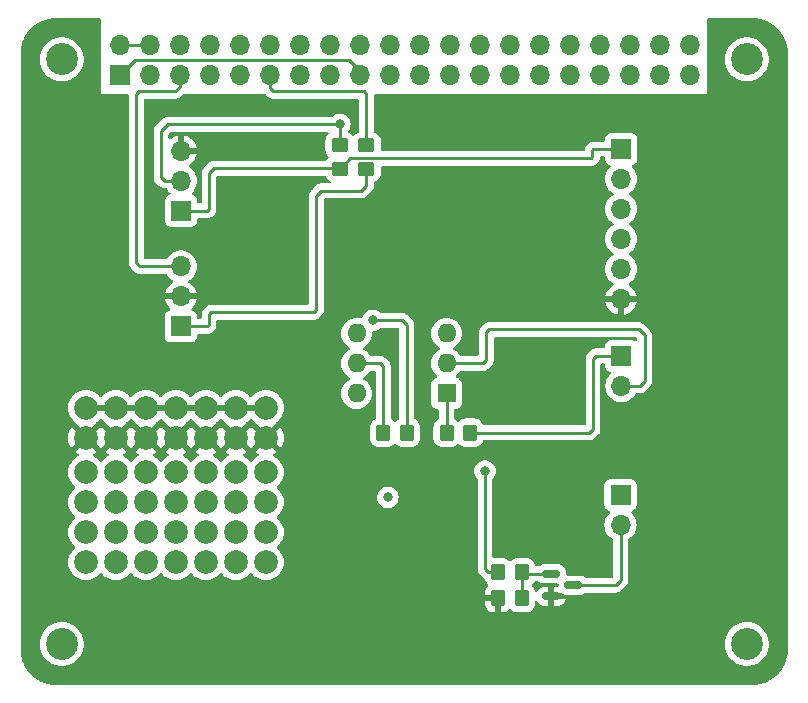
<source format=gbr>
G04 #@! TF.GenerationSoftware,KiCad,Pcbnew,8.0.0*
G04 #@! TF.CreationDate,2024-09-16T09:54:47+02:00*
G04 #@! TF.ProjectId,SVXLink_PiHat_V1,5356584c-696e-46b5-9f50-694861745f56,rev?*
G04 #@! TF.SameCoordinates,Original*
G04 #@! TF.FileFunction,Copper,L1,Top*
G04 #@! TF.FilePolarity,Positive*
%FSLAX46Y46*%
G04 Gerber Fmt 4.6, Leading zero omitted, Abs format (unit mm)*
G04 Created by KiCad (PCBNEW 8.0.0) date 2024-09-16 09:54:47*
%MOMM*%
%LPD*%
G01*
G04 APERTURE LIST*
G04 Aperture macros list*
%AMRoundRect*
0 Rectangle with rounded corners*
0 $1 Rounding radius*
0 $2 $3 $4 $5 $6 $7 $8 $9 X,Y pos of 4 corners*
0 Add a 4 corners polygon primitive as box body*
4,1,4,$2,$3,$4,$5,$6,$7,$8,$9,$2,$3,0*
0 Add four circle primitives for the rounded corners*
1,1,$1+$1,$2,$3*
1,1,$1+$1,$4,$5*
1,1,$1+$1,$6,$7*
1,1,$1+$1,$8,$9*
0 Add four rect primitives between the rounded corners*
20,1,$1+$1,$2,$3,$4,$5,0*
20,1,$1+$1,$4,$5,$6,$7,0*
20,1,$1+$1,$6,$7,$8,$9,0*
20,1,$1+$1,$8,$9,$2,$3,0*%
G04 Aperture macros list end*
G04 #@! TA.AperFunction,ComponentPad*
%ADD10R,1.700000X1.700000*%
G04 #@! TD*
G04 #@! TA.AperFunction,ComponentPad*
%ADD11O,1.700000X1.700000*%
G04 #@! TD*
G04 #@! TA.AperFunction,SMDPad,CuDef*
%ADD12RoundRect,0.250000X-0.350000X-0.450000X0.350000X-0.450000X0.350000X0.450000X-0.350000X0.450000X0*%
G04 #@! TD*
G04 #@! TA.AperFunction,ComponentPad*
%ADD13C,2.000000*%
G04 #@! TD*
G04 #@! TA.AperFunction,ComponentPad*
%ADD14C,2.700000*%
G04 #@! TD*
G04 #@! TA.AperFunction,SMDPad,CuDef*
%ADD15RoundRect,0.150000X-0.587500X-0.150000X0.587500X-0.150000X0.587500X0.150000X-0.587500X0.150000X0*%
G04 #@! TD*
G04 #@! TA.AperFunction,ComponentPad*
%ADD16R,1.600000X1.600000*%
G04 #@! TD*
G04 #@! TA.AperFunction,ComponentPad*
%ADD17O,1.600000X1.600000*%
G04 #@! TD*
G04 #@! TA.AperFunction,SMDPad,CuDef*
%ADD18RoundRect,0.250000X0.450000X-0.350000X0.450000X0.350000X-0.450000X0.350000X-0.450000X-0.350000X0*%
G04 #@! TD*
G04 #@! TA.AperFunction,SMDPad,CuDef*
%ADD19RoundRect,0.250000X0.350000X0.450000X-0.350000X0.450000X-0.350000X-0.450000X0.350000X-0.450000X0*%
G04 #@! TD*
G04 #@! TA.AperFunction,ViaPad*
%ADD20C,0.800000*%
G04 #@! TD*
G04 #@! TA.AperFunction,Conductor*
%ADD21C,0.250000*%
G04 #@! TD*
G04 #@! TA.AperFunction,Conductor*
%ADD22C,0.500000*%
G04 #@! TD*
G04 APERTURE END LIST*
D10*
X85400000Y-60350000D03*
D11*
X85400000Y-57810000D03*
X87940000Y-60350000D03*
X87940000Y-57810000D03*
X90480000Y-60350000D03*
X90480000Y-57810000D03*
X93020000Y-60350000D03*
X93020000Y-57810000D03*
X95560000Y-60350000D03*
X95560000Y-57810000D03*
X98100000Y-60350000D03*
X98100000Y-57810000D03*
X100640000Y-60350000D03*
X100640000Y-57810000D03*
X103180000Y-60350000D03*
X103180000Y-57810000D03*
X105720000Y-60350000D03*
X105720000Y-57810000D03*
X108260000Y-60350000D03*
X108260000Y-57810000D03*
X110800000Y-60350000D03*
X110800000Y-57810000D03*
X113340000Y-60350000D03*
X113340000Y-57810000D03*
X115880000Y-60350000D03*
X115880000Y-57810000D03*
X118420000Y-60350000D03*
X118420000Y-57810000D03*
X120960000Y-60350000D03*
X120960000Y-57810000D03*
X123500000Y-60350000D03*
X123500000Y-57810000D03*
X126040000Y-60350000D03*
X126040000Y-57810000D03*
X128580000Y-60350000D03*
X128580000Y-57810000D03*
X131120000Y-60350000D03*
X131120000Y-57810000D03*
X133660000Y-60350000D03*
X133660000Y-57810000D03*
D12*
X107710000Y-90640000D03*
X109710000Y-90640000D03*
D13*
X87630000Y-99060000D03*
X87630000Y-101600000D03*
X97790000Y-96520000D03*
X92710000Y-88519000D03*
D14*
X80497700Y-59009300D03*
D13*
X95250000Y-96520000D03*
D15*
X121945000Y-102590000D03*
X121945000Y-104490000D03*
X123820000Y-103540000D03*
D13*
X82550000Y-99060000D03*
X95250000Y-88519000D03*
X90170000Y-91059000D03*
X90170000Y-93980000D03*
D16*
X113080800Y-87299800D03*
D17*
X113080800Y-84759800D03*
X113080800Y-82219800D03*
X105460800Y-82219800D03*
X105460800Y-84759800D03*
X105460800Y-87299800D03*
D12*
X117450000Y-102440000D03*
X119450000Y-102440000D03*
D13*
X87630000Y-93980000D03*
X82550000Y-93980000D03*
X90170000Y-96520000D03*
D10*
X90582600Y-81635600D03*
D11*
X90582600Y-79095600D03*
X90582600Y-76555600D03*
D13*
X92710000Y-93980000D03*
D10*
X127806600Y-95905400D03*
D11*
X127806600Y-98445400D03*
D18*
X106300000Y-68296000D03*
X106300000Y-66296000D03*
D13*
X92710000Y-91059000D03*
X82550000Y-101600000D03*
X87630000Y-91059000D03*
D14*
X80497700Y-108509300D03*
D13*
X82550000Y-91059000D03*
X95250000Y-101600000D03*
X92710000Y-101600000D03*
D14*
X138497700Y-108509300D03*
D13*
X90170000Y-99060000D03*
X85090000Y-101600000D03*
X87630000Y-88519000D03*
X90170000Y-88519000D03*
X97790000Y-93980000D03*
X97790000Y-99060000D03*
X85090000Y-93980000D03*
X92710000Y-99060000D03*
D14*
X138497700Y-59009300D03*
D19*
X115080000Y-90630000D03*
X113080000Y-90630000D03*
D13*
X92710000Y-96520000D03*
X90170000Y-101600000D03*
X97790000Y-88519000D03*
D18*
X104030000Y-68286000D03*
X104030000Y-66286000D03*
D13*
X95250000Y-99060000D03*
X85090000Y-88519000D03*
X82550000Y-96520000D03*
X95250000Y-93980000D03*
X85090000Y-96520000D03*
X85090000Y-99060000D03*
D10*
X127882800Y-84132500D03*
D11*
X127882800Y-86672500D03*
D10*
X127863600Y-66611500D03*
D11*
X127863600Y-69151500D03*
X127863600Y-71691500D03*
X127863600Y-74231500D03*
X127863600Y-76771500D03*
X127863600Y-79311500D03*
D13*
X87630000Y-96520000D03*
D10*
X90608000Y-71841600D03*
D11*
X90608000Y-69301600D03*
X90608000Y-66761600D03*
D13*
X82550000Y-88519000D03*
X95250000Y-91059000D03*
X85090000Y-91059000D03*
D19*
X119430000Y-104640000D03*
X117430000Y-104640000D03*
D13*
X97790000Y-91059000D03*
X97790000Y-101600000D03*
D20*
X108102400Y-96113600D03*
X116433600Y-87934800D03*
X129286000Y-70408800D03*
X108051600Y-83667600D03*
X129286000Y-72999600D03*
X129286000Y-75488800D03*
X116332000Y-93878400D03*
X106832400Y-81127600D03*
X104038400Y-64516000D03*
D21*
X89458800Y-64516000D02*
X88900000Y-65074800D01*
X104038400Y-64516000D02*
X89458800Y-64516000D01*
X104038400Y-64516000D02*
X104030000Y-64524400D01*
X104030000Y-64524400D02*
X104030000Y-66286000D01*
X88900000Y-65074800D02*
X88900000Y-68986400D01*
X88900000Y-68986400D02*
X89215200Y-69301600D01*
X89215200Y-69301600D02*
X90608000Y-69301600D01*
D22*
X82550000Y-88519000D02*
X85090000Y-88519000D01*
D21*
X127863600Y-66611500D02*
X125514100Y-66611500D01*
D22*
X95250000Y-88519000D02*
X97790000Y-88519000D01*
D21*
X92801200Y-71841600D02*
X90608000Y-71841600D01*
X87940000Y-57810000D02*
X85400000Y-57810000D01*
X125514100Y-66611500D02*
X125425200Y-66700400D01*
D22*
X92710000Y-88519000D02*
X95250000Y-88519000D01*
D21*
X104945000Y-67371000D02*
X104030000Y-68286000D01*
X107035700Y-67411600D02*
X106995100Y-67371000D01*
X125323600Y-67411600D02*
X107035700Y-67411600D01*
X125425200Y-67310000D02*
X125323600Y-67411600D01*
X103968400Y-68224400D02*
X93421200Y-68224400D01*
X104030000Y-68286000D02*
X103968400Y-68224400D01*
D22*
X85090000Y-88519000D02*
X87630000Y-88519000D01*
D21*
X92964000Y-71678800D02*
X92801200Y-71841600D01*
X106995100Y-67371000D02*
X104945000Y-67371000D01*
D22*
X87630000Y-88519000D02*
X90170000Y-88519000D01*
D21*
X93421200Y-68224400D02*
X92964000Y-68681600D01*
D22*
X90170000Y-88519000D02*
X92710000Y-88519000D01*
D21*
X125425200Y-66700400D02*
X125425200Y-67310000D01*
X92964000Y-68681600D02*
X92964000Y-71678800D01*
X116613200Y-102440000D02*
X117450000Y-102440000D01*
X116332000Y-102158800D02*
X116613200Y-102440000D01*
X116332000Y-93878400D02*
X116332000Y-102158800D01*
X104800400Y-59080400D02*
X86669600Y-59080400D01*
X86669600Y-59080400D02*
X85400000Y-60350000D01*
X106832400Y-81127600D02*
X109321600Y-81127600D01*
X105720000Y-60350000D02*
X105720000Y-60000000D01*
X105720000Y-60000000D02*
X104800400Y-59080400D01*
X109321600Y-81127600D02*
X109710000Y-81516000D01*
X109710000Y-81516000D02*
X109710000Y-90640000D01*
X87071200Y-61722000D02*
X90119200Y-61722000D01*
X90582600Y-76555600D02*
X87122000Y-76555600D01*
X90480000Y-61361200D02*
X90480000Y-60350000D01*
X86817200Y-61976000D02*
X87071200Y-61722000D01*
X86817200Y-76250800D02*
X86817200Y-61976000D01*
X87122000Y-76555600D02*
X86817200Y-76250800D01*
X90119200Y-61722000D02*
X90480000Y-61361200D01*
X106300000Y-61951600D02*
X106070400Y-61722000D01*
X98100000Y-61422400D02*
X98100000Y-60350000D01*
X106300000Y-66296000D02*
X106300000Y-61951600D01*
X98399600Y-61722000D02*
X98100000Y-61422400D01*
X106070400Y-61722000D02*
X98399600Y-61722000D01*
X116433600Y-82143600D02*
X116433600Y-84480400D01*
X116433600Y-84480400D02*
X116154200Y-84759800D01*
X116154200Y-84759800D02*
X113080800Y-84759800D01*
X129430700Y-86672500D02*
X129844800Y-86258400D01*
X116687600Y-81889600D02*
X116433600Y-82143600D01*
X129336800Y-81889600D02*
X116687600Y-81889600D01*
X129844800Y-82397600D02*
X129336800Y-81889600D01*
X127882800Y-86672500D02*
X129430700Y-86672500D01*
X129844800Y-86258400D02*
X129844800Y-82397600D01*
X125476000Y-84378800D02*
X125722300Y-84132500D01*
X125168400Y-90630000D02*
X125476000Y-90322400D01*
X125722300Y-84132500D02*
X127882800Y-84132500D01*
X115080000Y-90630000D02*
X125168400Y-90630000D01*
X125476000Y-90322400D02*
X125476000Y-84378800D01*
X105867200Y-70154800D02*
X106300000Y-69722000D01*
X92964000Y-80619600D02*
X93167200Y-80416400D01*
X93167200Y-80416400D02*
X101854000Y-80416400D01*
X90582600Y-81635600D02*
X92811600Y-81635600D01*
X102463600Y-70154800D02*
X105867200Y-70154800D01*
X102057200Y-80213200D02*
X102057200Y-70561200D01*
X92811600Y-81635600D02*
X92964000Y-81483200D01*
X102057200Y-70561200D02*
X102463600Y-70154800D01*
X106300000Y-69722000D02*
X106300000Y-68296000D01*
X101854000Y-80416400D02*
X102057200Y-80213200D01*
X92964000Y-81483200D02*
X92964000Y-80619600D01*
X127806600Y-103130200D02*
X127396800Y-103540000D01*
X127396800Y-103540000D02*
X123820000Y-103540000D01*
X127806600Y-98445400D02*
X127806600Y-103130200D01*
X119430000Y-102460000D02*
X119450000Y-102440000D01*
X121945000Y-102590000D02*
X119600000Y-102590000D01*
X119600000Y-102590000D02*
X119450000Y-102440000D01*
X119430000Y-104640000D02*
X119430000Y-102460000D01*
X113080800Y-87299800D02*
X113080800Y-88426500D01*
X113080000Y-88427300D02*
X113080800Y-88426500D01*
X113080000Y-90630000D02*
X113080000Y-88427300D01*
X107710000Y-85002400D02*
X107710000Y-90640000D01*
X105460800Y-84759800D02*
X107467400Y-84759800D01*
X107467400Y-84759800D02*
X107710000Y-85002400D01*
G04 #@! TA.AperFunction,Conductor*
G36*
X84624075Y-91251993D02*
G01*
X84689901Y-91366007D01*
X84782993Y-91459099D01*
X84897007Y-91524925D01*
X84960590Y-91541962D01*
X84219942Y-92282609D01*
X84266768Y-92319055D01*
X84266770Y-92319056D01*
X84424110Y-92404204D01*
X84473701Y-92453423D01*
X84488809Y-92521640D01*
X84464639Y-92587196D01*
X84412552Y-92627818D01*
X84403035Y-92631760D01*
X84200589Y-92755820D01*
X84200586Y-92755821D01*
X84020031Y-92910031D01*
X83914290Y-93033838D01*
X83855783Y-93072031D01*
X83785915Y-93072529D01*
X83726869Y-93035176D01*
X83725710Y-93033838D01*
X83705013Y-93009605D01*
X83619969Y-92910031D01*
X83500596Y-92808076D01*
X83439413Y-92755821D01*
X83439410Y-92755820D01*
X83236963Y-92631760D01*
X83227450Y-92627819D01*
X83173048Y-92583976D01*
X83150985Y-92517681D01*
X83168266Y-92449983D01*
X83215889Y-92404204D01*
X83373228Y-92319057D01*
X83373231Y-92319055D01*
X83420056Y-92282609D01*
X82679409Y-91541962D01*
X82742993Y-91524925D01*
X82857007Y-91459099D01*
X82950099Y-91366007D01*
X83015925Y-91251993D01*
X83032962Y-91188409D01*
X83773433Y-91928881D01*
X83807211Y-91925379D01*
X83832794Y-91925380D01*
X83866564Y-91928882D01*
X84607037Y-91188409D01*
X84624075Y-91251993D01*
G37*
G04 #@! TD.AperFunction*
G04 #@! TA.AperFunction,Conductor*
G36*
X87164075Y-91251993D02*
G01*
X87229901Y-91366007D01*
X87322993Y-91459099D01*
X87437007Y-91524925D01*
X87500590Y-91541962D01*
X86759942Y-92282609D01*
X86806768Y-92319055D01*
X86806770Y-92319056D01*
X86964110Y-92404204D01*
X87013701Y-92453423D01*
X87028809Y-92521640D01*
X87004639Y-92587196D01*
X86952552Y-92627818D01*
X86943035Y-92631760D01*
X86740589Y-92755820D01*
X86740586Y-92755821D01*
X86560031Y-92910031D01*
X86454290Y-93033838D01*
X86395783Y-93072031D01*
X86325915Y-93072529D01*
X86266869Y-93035176D01*
X86265710Y-93033838D01*
X86245013Y-93009605D01*
X86159969Y-92910031D01*
X86040596Y-92808076D01*
X85979413Y-92755821D01*
X85979410Y-92755820D01*
X85776963Y-92631760D01*
X85767450Y-92627819D01*
X85713048Y-92583976D01*
X85690985Y-92517681D01*
X85708266Y-92449983D01*
X85755889Y-92404204D01*
X85913228Y-92319057D01*
X85913231Y-92319055D01*
X85960056Y-92282609D01*
X85219409Y-91541962D01*
X85282993Y-91524925D01*
X85397007Y-91459099D01*
X85490099Y-91366007D01*
X85555925Y-91251993D01*
X85572962Y-91188410D01*
X86313433Y-91928881D01*
X86347211Y-91925379D01*
X86372794Y-91925380D01*
X86406564Y-91928882D01*
X87147037Y-91188409D01*
X87164075Y-91251993D01*
G37*
G04 #@! TD.AperFunction*
G04 #@! TA.AperFunction,Conductor*
G36*
X89704075Y-91251993D02*
G01*
X89769901Y-91366007D01*
X89862993Y-91459099D01*
X89977007Y-91524925D01*
X90040590Y-91541962D01*
X89299942Y-92282609D01*
X89346768Y-92319055D01*
X89346770Y-92319056D01*
X89504110Y-92404204D01*
X89553701Y-92453423D01*
X89568809Y-92521640D01*
X89544639Y-92587196D01*
X89492552Y-92627818D01*
X89483035Y-92631760D01*
X89280589Y-92755820D01*
X89280586Y-92755821D01*
X89100031Y-92910031D01*
X88994290Y-93033838D01*
X88935783Y-93072031D01*
X88865915Y-93072529D01*
X88806869Y-93035176D01*
X88805710Y-93033838D01*
X88785013Y-93009605D01*
X88699969Y-92910031D01*
X88580596Y-92808076D01*
X88519413Y-92755821D01*
X88519410Y-92755820D01*
X88316963Y-92631760D01*
X88307450Y-92627819D01*
X88253048Y-92583976D01*
X88230985Y-92517681D01*
X88248266Y-92449983D01*
X88295889Y-92404204D01*
X88453228Y-92319057D01*
X88453231Y-92319055D01*
X88500056Y-92282609D01*
X87759409Y-91541962D01*
X87822993Y-91524925D01*
X87937007Y-91459099D01*
X88030099Y-91366007D01*
X88095925Y-91251993D01*
X88112962Y-91188410D01*
X88853433Y-91928881D01*
X88887211Y-91925379D01*
X88912794Y-91925380D01*
X88946564Y-91928882D01*
X89687037Y-91188409D01*
X89704075Y-91251993D01*
G37*
G04 #@! TD.AperFunction*
G04 #@! TA.AperFunction,Conductor*
G36*
X92244075Y-91251993D02*
G01*
X92309901Y-91366007D01*
X92402993Y-91459099D01*
X92517007Y-91524925D01*
X92580590Y-91541962D01*
X91839942Y-92282609D01*
X91886768Y-92319055D01*
X91886770Y-92319056D01*
X92044110Y-92404204D01*
X92093701Y-92453423D01*
X92108809Y-92521640D01*
X92084639Y-92587196D01*
X92032552Y-92627818D01*
X92023035Y-92631760D01*
X91820589Y-92755820D01*
X91820586Y-92755821D01*
X91640031Y-92910031D01*
X91534290Y-93033838D01*
X91475783Y-93072031D01*
X91405915Y-93072529D01*
X91346869Y-93035176D01*
X91345710Y-93033838D01*
X91325013Y-93009605D01*
X91239969Y-92910031D01*
X91120596Y-92808076D01*
X91059413Y-92755821D01*
X91059410Y-92755820D01*
X90856963Y-92631760D01*
X90847450Y-92627819D01*
X90793048Y-92583976D01*
X90770985Y-92517681D01*
X90788266Y-92449983D01*
X90835889Y-92404204D01*
X90993228Y-92319057D01*
X90993231Y-92319055D01*
X91040056Y-92282609D01*
X90299409Y-91541962D01*
X90362993Y-91524925D01*
X90477007Y-91459099D01*
X90570099Y-91366007D01*
X90635925Y-91251993D01*
X90652962Y-91188410D01*
X91393433Y-91928881D01*
X91427211Y-91925379D01*
X91452794Y-91925380D01*
X91486564Y-91928882D01*
X92227037Y-91188409D01*
X92244075Y-91251993D01*
G37*
G04 #@! TD.AperFunction*
G04 #@! TA.AperFunction,Conductor*
G36*
X94784075Y-91251993D02*
G01*
X94849901Y-91366007D01*
X94942993Y-91459099D01*
X95057007Y-91524925D01*
X95120590Y-91541962D01*
X94379942Y-92282609D01*
X94426768Y-92319055D01*
X94426770Y-92319056D01*
X94584110Y-92404204D01*
X94633701Y-92453423D01*
X94648809Y-92521640D01*
X94624639Y-92587196D01*
X94572552Y-92627818D01*
X94563035Y-92631760D01*
X94360589Y-92755820D01*
X94360586Y-92755821D01*
X94180031Y-92910031D01*
X94074290Y-93033838D01*
X94015783Y-93072031D01*
X93945915Y-93072529D01*
X93886869Y-93035176D01*
X93885710Y-93033838D01*
X93865013Y-93009605D01*
X93779969Y-92910031D01*
X93660596Y-92808076D01*
X93599413Y-92755821D01*
X93599410Y-92755820D01*
X93396963Y-92631760D01*
X93387450Y-92627819D01*
X93333048Y-92583976D01*
X93310985Y-92517681D01*
X93328266Y-92449983D01*
X93375889Y-92404204D01*
X93533228Y-92319057D01*
X93533231Y-92319055D01*
X93580056Y-92282609D01*
X92839409Y-91541962D01*
X92902993Y-91524925D01*
X93017007Y-91459099D01*
X93110099Y-91366007D01*
X93175925Y-91251993D01*
X93192962Y-91188410D01*
X93933433Y-91928881D01*
X93967211Y-91925379D01*
X93992794Y-91925380D01*
X94026564Y-91928882D01*
X94767037Y-91188409D01*
X94784075Y-91251993D01*
G37*
G04 #@! TD.AperFunction*
G04 #@! TA.AperFunction,Conductor*
G36*
X97324075Y-91251993D02*
G01*
X97389901Y-91366007D01*
X97482993Y-91459099D01*
X97597007Y-91524925D01*
X97660590Y-91541962D01*
X96919942Y-92282609D01*
X96966768Y-92319055D01*
X96966770Y-92319056D01*
X97124110Y-92404204D01*
X97173701Y-92453423D01*
X97188809Y-92521640D01*
X97164639Y-92587196D01*
X97112552Y-92627818D01*
X97103035Y-92631760D01*
X96900589Y-92755820D01*
X96900586Y-92755821D01*
X96720031Y-92910031D01*
X96614290Y-93033838D01*
X96555783Y-93072031D01*
X96485915Y-93072529D01*
X96426869Y-93035176D01*
X96425710Y-93033838D01*
X96405013Y-93009605D01*
X96319969Y-92910031D01*
X96200596Y-92808076D01*
X96139413Y-92755821D01*
X96139410Y-92755820D01*
X95936963Y-92631760D01*
X95927450Y-92627819D01*
X95873048Y-92583976D01*
X95850985Y-92517681D01*
X95868266Y-92449983D01*
X95915889Y-92404204D01*
X96073228Y-92319057D01*
X96073231Y-92319055D01*
X96120056Y-92282609D01*
X95379409Y-91541962D01*
X95442993Y-91524925D01*
X95557007Y-91459099D01*
X95650099Y-91366007D01*
X95715925Y-91251993D01*
X95732962Y-91188410D01*
X96473433Y-91928881D01*
X96507211Y-91925379D01*
X96532794Y-91925380D01*
X96566564Y-91928882D01*
X97307037Y-91188409D01*
X97324075Y-91251993D01*
G37*
G04 #@! TD.AperFunction*
G04 #@! TA.AperFunction,Conductor*
G36*
X83913131Y-89463823D02*
G01*
X83914200Y-89465057D01*
X84020031Y-89588969D01*
X84020034Y-89588972D01*
X84177338Y-89723322D01*
X84215532Y-89781828D01*
X84220569Y-89825297D01*
X84219942Y-89835390D01*
X84960590Y-90576037D01*
X84897007Y-90593075D01*
X84782993Y-90658901D01*
X84689901Y-90751993D01*
X84624075Y-90866007D01*
X84607037Y-90929590D01*
X83866562Y-90189115D01*
X83832794Y-90192618D01*
X83807211Y-90192618D01*
X83773435Y-90189115D01*
X83032962Y-90929589D01*
X83015925Y-90866007D01*
X82950099Y-90751993D01*
X82857007Y-90658901D01*
X82742993Y-90593075D01*
X82679410Y-90576037D01*
X83420056Y-89835390D01*
X83419430Y-89825298D01*
X83434922Y-89757168D01*
X83462658Y-89723325D01*
X83619969Y-89588969D01*
X83725711Y-89465160D01*
X83784216Y-89426968D01*
X83854084Y-89426469D01*
X83913131Y-89463823D01*
G37*
G04 #@! TD.AperFunction*
G04 #@! TA.AperFunction,Conductor*
G36*
X86453131Y-89463823D02*
G01*
X86454200Y-89465057D01*
X86560031Y-89588969D01*
X86560034Y-89588972D01*
X86717338Y-89723322D01*
X86755532Y-89781828D01*
X86760569Y-89825297D01*
X86759942Y-89835390D01*
X87500590Y-90576037D01*
X87437007Y-90593075D01*
X87322993Y-90658901D01*
X87229901Y-90751993D01*
X87164075Y-90866007D01*
X87147037Y-90929590D01*
X86406562Y-90189115D01*
X86372794Y-90192618D01*
X86347211Y-90192618D01*
X86313435Y-90189115D01*
X85572962Y-90929589D01*
X85555925Y-90866007D01*
X85490099Y-90751993D01*
X85397007Y-90658901D01*
X85282993Y-90593075D01*
X85219410Y-90576037D01*
X85960056Y-89835390D01*
X85959430Y-89825298D01*
X85974922Y-89757168D01*
X86002658Y-89723325D01*
X86159969Y-89588969D01*
X86265711Y-89465160D01*
X86324216Y-89426968D01*
X86394084Y-89426469D01*
X86453131Y-89463823D01*
G37*
G04 #@! TD.AperFunction*
G04 #@! TA.AperFunction,Conductor*
G36*
X88993131Y-89463823D02*
G01*
X88994200Y-89465057D01*
X89100031Y-89588969D01*
X89100034Y-89588972D01*
X89257338Y-89723322D01*
X89295532Y-89781828D01*
X89300569Y-89825297D01*
X89299942Y-89835390D01*
X90040590Y-90576037D01*
X89977007Y-90593075D01*
X89862993Y-90658901D01*
X89769901Y-90751993D01*
X89704075Y-90866007D01*
X89687037Y-90929590D01*
X88946562Y-90189115D01*
X88912794Y-90192618D01*
X88887211Y-90192618D01*
X88853435Y-90189115D01*
X88112962Y-90929589D01*
X88095925Y-90866007D01*
X88030099Y-90751993D01*
X87937007Y-90658901D01*
X87822993Y-90593075D01*
X87759410Y-90576037D01*
X88500056Y-89835390D01*
X88499430Y-89825298D01*
X88514922Y-89757168D01*
X88542658Y-89723325D01*
X88699969Y-89588969D01*
X88805711Y-89465160D01*
X88864216Y-89426968D01*
X88934084Y-89426469D01*
X88993131Y-89463823D01*
G37*
G04 #@! TD.AperFunction*
G04 #@! TA.AperFunction,Conductor*
G36*
X91533131Y-89463823D02*
G01*
X91534200Y-89465057D01*
X91640031Y-89588969D01*
X91640034Y-89588972D01*
X91797338Y-89723322D01*
X91835532Y-89781828D01*
X91840569Y-89825297D01*
X91839942Y-89835390D01*
X92580590Y-90576037D01*
X92517007Y-90593075D01*
X92402993Y-90658901D01*
X92309901Y-90751993D01*
X92244075Y-90866007D01*
X92227037Y-90929590D01*
X91486562Y-90189115D01*
X91452794Y-90192618D01*
X91427211Y-90192618D01*
X91393435Y-90189115D01*
X90652962Y-90929589D01*
X90635925Y-90866007D01*
X90570099Y-90751993D01*
X90477007Y-90658901D01*
X90362993Y-90593075D01*
X90299410Y-90576037D01*
X91040056Y-89835390D01*
X91039430Y-89825298D01*
X91054922Y-89757168D01*
X91082658Y-89723325D01*
X91239969Y-89588969D01*
X91345711Y-89465160D01*
X91404216Y-89426968D01*
X91474084Y-89426469D01*
X91533131Y-89463823D01*
G37*
G04 #@! TD.AperFunction*
G04 #@! TA.AperFunction,Conductor*
G36*
X94073131Y-89463823D02*
G01*
X94074200Y-89465057D01*
X94180031Y-89588969D01*
X94180034Y-89588972D01*
X94337338Y-89723322D01*
X94375532Y-89781828D01*
X94380569Y-89825297D01*
X94379942Y-89835390D01*
X95120590Y-90576037D01*
X95057007Y-90593075D01*
X94942993Y-90658901D01*
X94849901Y-90751993D01*
X94784075Y-90866007D01*
X94767037Y-90929590D01*
X94026562Y-90189115D01*
X93992794Y-90192618D01*
X93967211Y-90192618D01*
X93933435Y-90189115D01*
X93192962Y-90929589D01*
X93175925Y-90866007D01*
X93110099Y-90751993D01*
X93017007Y-90658901D01*
X92902993Y-90593075D01*
X92839410Y-90576037D01*
X93580056Y-89835390D01*
X93579430Y-89825298D01*
X93594922Y-89757168D01*
X93622658Y-89723325D01*
X93779969Y-89588969D01*
X93885711Y-89465160D01*
X93944216Y-89426968D01*
X94014084Y-89426469D01*
X94073131Y-89463823D01*
G37*
G04 #@! TD.AperFunction*
G04 #@! TA.AperFunction,Conductor*
G36*
X96613131Y-89463823D02*
G01*
X96614200Y-89465057D01*
X96720031Y-89588969D01*
X96720034Y-89588972D01*
X96877338Y-89723322D01*
X96915532Y-89781828D01*
X96920569Y-89825297D01*
X96919942Y-89835390D01*
X97660590Y-90576037D01*
X97597007Y-90593075D01*
X97482993Y-90658901D01*
X97389901Y-90751993D01*
X97324075Y-90866007D01*
X97307037Y-90929590D01*
X96566562Y-90189115D01*
X96532794Y-90192618D01*
X96507211Y-90192618D01*
X96473435Y-90189115D01*
X95732962Y-90929589D01*
X95715925Y-90866007D01*
X95650099Y-90751993D01*
X95557007Y-90658901D01*
X95442993Y-90593075D01*
X95379410Y-90576037D01*
X96120056Y-89835390D01*
X96119430Y-89825298D01*
X96134922Y-89757168D01*
X96162658Y-89723325D01*
X96319969Y-89588969D01*
X96425711Y-89465160D01*
X96484216Y-89426968D01*
X96554084Y-89426469D01*
X96613131Y-89463823D01*
G37*
G04 #@! TD.AperFunction*
G04 #@! TA.AperFunction,Conductor*
G36*
X109019539Y-81780785D02*
G01*
X109065294Y-81833589D01*
X109076500Y-81885100D01*
X109076500Y-89404476D01*
X109056815Y-89471515D01*
X109017598Y-89510013D01*
X108930186Y-89563930D01*
X108886346Y-89590971D01*
X108797681Y-89679637D01*
X108736358Y-89713122D01*
X108666666Y-89708138D01*
X108622319Y-89679637D01*
X108533653Y-89590971D01*
X108533652Y-89590970D01*
X108402402Y-89510013D01*
X108355678Y-89458067D01*
X108343500Y-89404476D01*
X108343500Y-84940005D01*
X108343499Y-84940001D01*
X108319156Y-84817622D01*
X108319155Y-84817615D01*
X108271400Y-84702325D01*
X108271399Y-84702324D01*
X108271396Y-84702318D01*
X108202072Y-84598568D01*
X108202071Y-84598567D01*
X108113833Y-84510329D01*
X108021511Y-84418007D01*
X107871236Y-84267731D01*
X107871232Y-84267728D01*
X107767481Y-84198403D01*
X107767472Y-84198398D01*
X107652185Y-84150645D01*
X107652177Y-84150643D01*
X107529798Y-84126300D01*
X107529794Y-84126300D01*
X106679152Y-84126300D01*
X106612113Y-84106615D01*
X106577579Y-84073426D01*
X106466998Y-83915500D01*
X106305100Y-83753602D01*
X106117549Y-83622277D01*
X106074455Y-83602182D01*
X106022015Y-83556010D01*
X106002863Y-83488817D01*
X106023078Y-83421936D01*
X106074455Y-83377418D01*
X106079640Y-83375000D01*
X106117549Y-83357323D01*
X106305100Y-83225998D01*
X106466998Y-83064100D01*
X106598323Y-82876549D01*
X106695084Y-82669043D01*
X106754343Y-82447887D01*
X106774298Y-82219800D01*
X106770020Y-82170907D01*
X106783786Y-82102409D01*
X106832401Y-82052225D01*
X106893548Y-82036100D01*
X106927887Y-82036100D01*
X107114688Y-81996394D01*
X107289152Y-81918718D01*
X107443653Y-81806466D01*
X107447560Y-81802127D01*
X107507046Y-81765479D01*
X107539709Y-81761100D01*
X108952500Y-81761100D01*
X109019539Y-81780785D01*
G37*
G04 #@! TD.AperFunction*
G04 #@! TA.AperFunction,Conductor*
G36*
X129090073Y-82542785D02*
G01*
X129110715Y-82559419D01*
X129174981Y-82623685D01*
X129208466Y-82685008D01*
X129211300Y-82711366D01*
X129211300Y-82757785D01*
X129191615Y-82824824D01*
X129138811Y-82870579D01*
X129069653Y-82880523D01*
X129012989Y-82857052D01*
X128979004Y-82831611D01*
X128842003Y-82780511D01*
X128781454Y-82774000D01*
X128781438Y-82774000D01*
X126984162Y-82774000D01*
X126984145Y-82774000D01*
X126923597Y-82780511D01*
X126923595Y-82780511D01*
X126786595Y-82831611D01*
X126669539Y-82919239D01*
X126581911Y-83036295D01*
X126530811Y-83173295D01*
X126530811Y-83173297D01*
X126524300Y-83233845D01*
X126524300Y-83375000D01*
X126504615Y-83442039D01*
X126451811Y-83487794D01*
X126400300Y-83499000D01*
X125659901Y-83499000D01*
X125537522Y-83523343D01*
X125537514Y-83523345D01*
X125422223Y-83571100D01*
X125422222Y-83571100D01*
X125318468Y-83640426D01*
X125318467Y-83640427D01*
X125205293Y-83753602D01*
X125072167Y-83886729D01*
X125043401Y-83915495D01*
X124983927Y-83974968D01*
X124914603Y-84078718D01*
X124914598Y-84078727D01*
X124866845Y-84194014D01*
X124866843Y-84194022D01*
X124842500Y-84316401D01*
X124842500Y-89872500D01*
X124822815Y-89939539D01*
X124770011Y-89985294D01*
X124718500Y-89996500D01*
X116257795Y-89996500D01*
X116190756Y-89976815D01*
X116145001Y-89924011D01*
X116140089Y-89911503D01*
X116122117Y-89857266D01*
X116102399Y-89825298D01*
X116029030Y-89706348D01*
X115903652Y-89580970D01*
X115772404Y-89500015D01*
X115752740Y-89487886D01*
X115752735Y-89487884D01*
X115584427Y-89432113D01*
X115480546Y-89421500D01*
X114679462Y-89421500D01*
X114679446Y-89421501D01*
X114575572Y-89432113D01*
X114407264Y-89487884D01*
X114407259Y-89487886D01*
X114256346Y-89580971D01*
X114167681Y-89669637D01*
X114106358Y-89703122D01*
X114036666Y-89698138D01*
X113992319Y-89669637D01*
X113903653Y-89580971D01*
X113903652Y-89580970D01*
X113772402Y-89500013D01*
X113725678Y-89448067D01*
X113713500Y-89394476D01*
X113713500Y-88732300D01*
X113733185Y-88665261D01*
X113785989Y-88619506D01*
X113837500Y-88608300D01*
X113929438Y-88608300D01*
X113929454Y-88608299D01*
X113956492Y-88605391D01*
X113990001Y-88601789D01*
X114127004Y-88550689D01*
X114244061Y-88463061D01*
X114331689Y-88346004D01*
X114382789Y-88209001D01*
X114386391Y-88175492D01*
X114389299Y-88148454D01*
X114389300Y-88148437D01*
X114389300Y-86451162D01*
X114389299Y-86451145D01*
X114385957Y-86420070D01*
X114382789Y-86390599D01*
X114331689Y-86253596D01*
X114244061Y-86136539D01*
X114127004Y-86048911D01*
X114100432Y-86039000D01*
X113990003Y-85997811D01*
X113975298Y-85996230D01*
X113910747Y-85969491D01*
X113870900Y-85912098D01*
X113868407Y-85842273D01*
X113904061Y-85782185D01*
X113917424Y-85771372D01*
X113925100Y-85765998D01*
X114086998Y-85604100D01*
X114197579Y-85446174D01*
X114252154Y-85402551D01*
X114299152Y-85393300D01*
X116216595Y-85393300D01*
X116216596Y-85393299D01*
X116338985Y-85368955D01*
X116454275Y-85321200D01*
X116558033Y-85251871D01*
X116925671Y-84884233D01*
X116995000Y-84780475D01*
X117042755Y-84665185D01*
X117067100Y-84542794D01*
X117067100Y-84418007D01*
X117067100Y-82647100D01*
X117086785Y-82580061D01*
X117139589Y-82534306D01*
X117191100Y-82523100D01*
X129023034Y-82523100D01*
X129090073Y-82542785D01*
G37*
G04 #@! TD.AperFunction*
G04 #@! TA.AperFunction,Conductor*
G36*
X86126739Y-61995685D02*
G01*
X86172494Y-62048489D01*
X86183700Y-62100000D01*
X86183700Y-76313198D01*
X86208043Y-76435577D01*
X86208045Y-76435585D01*
X86255798Y-76550872D01*
X86255803Y-76550881D01*
X86325128Y-76654632D01*
X86325131Y-76654636D01*
X86718163Y-77047668D01*
X86718167Y-77047671D01*
X86821918Y-77116996D01*
X86821924Y-77116999D01*
X86821925Y-77117000D01*
X86937215Y-77164755D01*
X87059601Y-77189099D01*
X87059605Y-77189100D01*
X87059606Y-77189100D01*
X87184393Y-77189100D01*
X89306644Y-77189100D01*
X89373683Y-77208785D01*
X89410452Y-77245278D01*
X89506876Y-77392865D01*
X89506884Y-77392876D01*
X89659356Y-77558502D01*
X89659360Y-77558506D01*
X89837024Y-77696789D01*
X89880293Y-77720205D01*
X89880295Y-77720206D01*
X89929886Y-77769425D01*
X89944994Y-77837642D01*
X89920824Y-77903197D01*
X89892402Y-77930836D01*
X89711522Y-78057490D01*
X89711520Y-78057491D01*
X89544491Y-78224520D01*
X89544486Y-78224526D01*
X89409000Y-78418020D01*
X89408999Y-78418022D01*
X89309170Y-78632107D01*
X89309167Y-78632113D01*
X89251964Y-78845599D01*
X89251964Y-78845600D01*
X90149588Y-78845600D01*
X90116675Y-78902607D01*
X90082600Y-79029774D01*
X90082600Y-79161426D01*
X90116675Y-79288593D01*
X90149588Y-79345600D01*
X89251964Y-79345600D01*
X89309167Y-79559086D01*
X89309170Y-79559092D01*
X89408999Y-79773178D01*
X89544494Y-79966682D01*
X89660327Y-80082515D01*
X89693812Y-80143838D01*
X89688828Y-80213530D01*
X89646956Y-80269463D01*
X89615981Y-80286377D01*
X89486395Y-80334711D01*
X89369339Y-80422339D01*
X89281711Y-80539395D01*
X89230611Y-80676395D01*
X89230611Y-80676397D01*
X89224100Y-80736945D01*
X89224100Y-82534254D01*
X89230611Y-82594802D01*
X89230611Y-82594804D01*
X89274088Y-82711366D01*
X89281711Y-82731804D01*
X89369339Y-82848861D01*
X89486396Y-82936489D01*
X89623399Y-82987589D01*
X89650650Y-82990518D01*
X89683945Y-82994099D01*
X89683962Y-82994100D01*
X91481238Y-82994100D01*
X91481254Y-82994099D01*
X91508292Y-82991191D01*
X91541801Y-82987589D01*
X91678804Y-82936489D01*
X91795861Y-82848861D01*
X91883489Y-82731804D01*
X91934589Y-82594801D01*
X91938393Y-82559419D01*
X91941099Y-82534254D01*
X91941100Y-82534237D01*
X91941100Y-82393100D01*
X91960785Y-82326061D01*
X92013589Y-82280306D01*
X92065100Y-82269100D01*
X92873995Y-82269100D01*
X92873996Y-82269099D01*
X92996385Y-82244755D01*
X93111675Y-82197000D01*
X93215433Y-82127671D01*
X93456071Y-81887033D01*
X93525400Y-81783275D01*
X93573155Y-81667985D01*
X93597500Y-81545594D01*
X93597500Y-81420806D01*
X93597500Y-81173900D01*
X93617185Y-81106861D01*
X93669989Y-81061106D01*
X93721500Y-81049900D01*
X101916395Y-81049900D01*
X101916396Y-81049899D01*
X102038785Y-81025555D01*
X102154075Y-80977800D01*
X102257833Y-80908471D01*
X102549271Y-80617033D01*
X102618600Y-80513275D01*
X102666355Y-80397985D01*
X102690700Y-80275594D01*
X102690700Y-80150806D01*
X102690700Y-70912300D01*
X102710385Y-70845261D01*
X102763189Y-70799506D01*
X102814700Y-70788300D01*
X105929595Y-70788300D01*
X105929596Y-70788299D01*
X106051985Y-70763955D01*
X106167275Y-70716200D01*
X106271033Y-70646871D01*
X106792072Y-70125833D01*
X106861401Y-70022075D01*
X106900492Y-69927700D01*
X106909155Y-69906785D01*
X106933500Y-69784394D01*
X106933500Y-69473794D01*
X106953185Y-69406755D01*
X107005989Y-69361000D01*
X107018488Y-69356091D01*
X107072738Y-69338115D01*
X107223652Y-69245030D01*
X107349030Y-69119652D01*
X107442115Y-68968738D01*
X107497887Y-68800426D01*
X107508500Y-68696545D01*
X107508499Y-68169099D01*
X107528183Y-68102061D01*
X107580987Y-68056306D01*
X107632499Y-68045100D01*
X125385995Y-68045100D01*
X125385996Y-68045099D01*
X125508385Y-68020755D01*
X125623675Y-67973000D01*
X125727433Y-67903671D01*
X125917271Y-67713833D01*
X125986600Y-67610075D01*
X126034355Y-67494785D01*
X126058700Y-67372394D01*
X126058700Y-67369000D01*
X126059203Y-67367286D01*
X126059297Y-67366333D01*
X126059477Y-67366350D01*
X126078385Y-67301961D01*
X126131189Y-67256206D01*
X126182700Y-67245000D01*
X126381100Y-67245000D01*
X126448139Y-67264685D01*
X126493894Y-67317489D01*
X126505100Y-67369000D01*
X126505100Y-67510154D01*
X126511611Y-67570702D01*
X126511611Y-67570704D01*
X126546036Y-67662998D01*
X126562711Y-67707704D01*
X126650339Y-67824761D01*
X126767396Y-67912389D01*
X126819337Y-67931762D01*
X126885195Y-67956327D01*
X126941128Y-67998199D01*
X126965544Y-68063663D01*
X126950692Y-68131936D01*
X126933090Y-68156491D01*
X126787879Y-68314230D01*
X126787876Y-68314234D01*
X126664740Y-68502707D01*
X126574303Y-68708885D01*
X126519036Y-68927128D01*
X126519034Y-68927140D01*
X126500444Y-69151494D01*
X126500444Y-69151505D01*
X126519034Y-69375859D01*
X126519036Y-69375871D01*
X126574303Y-69594114D01*
X126664740Y-69800292D01*
X126787876Y-69988765D01*
X126787884Y-69988776D01*
X126940356Y-70154402D01*
X126940361Y-70154407D01*
X126999581Y-70200500D01*
X127118024Y-70292689D01*
X127118029Y-70292691D01*
X127118031Y-70292693D01*
X127154530Y-70312446D01*
X127204120Y-70361665D01*
X127219228Y-70429882D01*
X127195057Y-70495437D01*
X127154530Y-70530554D01*
X127118031Y-70550306D01*
X127118022Y-70550312D01*
X126940361Y-70688592D01*
X126940356Y-70688597D01*
X126787884Y-70854223D01*
X126787876Y-70854234D01*
X126664740Y-71042707D01*
X126574303Y-71248885D01*
X126519036Y-71467128D01*
X126519034Y-71467140D01*
X126500444Y-71691494D01*
X126500444Y-71691505D01*
X126519034Y-71915859D01*
X126519036Y-71915871D01*
X126574303Y-72134114D01*
X126664740Y-72340292D01*
X126787876Y-72528765D01*
X126787884Y-72528776D01*
X126940356Y-72694402D01*
X126940360Y-72694406D01*
X127118024Y-72832689D01*
X127118029Y-72832691D01*
X127118031Y-72832693D01*
X127154530Y-72852446D01*
X127204120Y-72901665D01*
X127219228Y-72969882D01*
X127195057Y-73035437D01*
X127154530Y-73070554D01*
X127118031Y-73090306D01*
X127118022Y-73090312D01*
X126940361Y-73228592D01*
X126940356Y-73228597D01*
X126787884Y-73394223D01*
X126787876Y-73394234D01*
X126664740Y-73582707D01*
X126574303Y-73788885D01*
X126519036Y-74007128D01*
X126519034Y-74007140D01*
X126500444Y-74231494D01*
X126500444Y-74231505D01*
X126519034Y-74455859D01*
X126519036Y-74455871D01*
X126574303Y-74674114D01*
X126664740Y-74880292D01*
X126787876Y-75068765D01*
X126787884Y-75068776D01*
X126906017Y-75197100D01*
X126940360Y-75234406D01*
X127118024Y-75372689D01*
X127118029Y-75372691D01*
X127118031Y-75372693D01*
X127154530Y-75392446D01*
X127204120Y-75441665D01*
X127219228Y-75509882D01*
X127195057Y-75575437D01*
X127154530Y-75610554D01*
X127118031Y-75630306D01*
X127118022Y-75630312D01*
X126940361Y-75768592D01*
X126940356Y-75768597D01*
X126787884Y-75934223D01*
X126787876Y-75934234D01*
X126664740Y-76122707D01*
X126574303Y-76328885D01*
X126519036Y-76547128D01*
X126519034Y-76547140D01*
X126500444Y-76771494D01*
X126500444Y-76771505D01*
X126519034Y-76995859D01*
X126519036Y-76995871D01*
X126574303Y-77214114D01*
X126664740Y-77420292D01*
X126787876Y-77608765D01*
X126787884Y-77608776D01*
X126940356Y-77774402D01*
X126940360Y-77774406D01*
X127118024Y-77912689D01*
X127151557Y-77930836D01*
X127161295Y-77936106D01*
X127210886Y-77985325D01*
X127225994Y-78053542D01*
X127201824Y-78119097D01*
X127173402Y-78146736D01*
X126992522Y-78273390D01*
X126992520Y-78273391D01*
X126825491Y-78440420D01*
X126825486Y-78440426D01*
X126690000Y-78633920D01*
X126689999Y-78633922D01*
X126590170Y-78848007D01*
X126590167Y-78848013D01*
X126532964Y-79061499D01*
X126532964Y-79061500D01*
X127430588Y-79061500D01*
X127397675Y-79118507D01*
X127363600Y-79245674D01*
X127363600Y-79377326D01*
X127397675Y-79504493D01*
X127430588Y-79561500D01*
X126532964Y-79561500D01*
X126590167Y-79774986D01*
X126590170Y-79774992D01*
X126689999Y-79989078D01*
X126825494Y-80182582D01*
X126992517Y-80349605D01*
X127186021Y-80485100D01*
X127400107Y-80584929D01*
X127400116Y-80584933D01*
X127613600Y-80642134D01*
X127613600Y-79744512D01*
X127670607Y-79777425D01*
X127797774Y-79811500D01*
X127929426Y-79811500D01*
X128056593Y-79777425D01*
X128113600Y-79744512D01*
X128113600Y-80642133D01*
X128327083Y-80584933D01*
X128327092Y-80584929D01*
X128541178Y-80485100D01*
X128734682Y-80349605D01*
X128901705Y-80182582D01*
X129037200Y-79989078D01*
X129137029Y-79774992D01*
X129137032Y-79774986D01*
X129194236Y-79561500D01*
X128296612Y-79561500D01*
X128329525Y-79504493D01*
X128363600Y-79377326D01*
X128363600Y-79245674D01*
X128329525Y-79118507D01*
X128296612Y-79061500D01*
X129194236Y-79061500D01*
X129194235Y-79061499D01*
X129137032Y-78848013D01*
X129137029Y-78848007D01*
X129037200Y-78633922D01*
X129037199Y-78633920D01*
X128901713Y-78440426D01*
X128901708Y-78440420D01*
X128734682Y-78273394D01*
X128553797Y-78146736D01*
X128510172Y-78092159D01*
X128502980Y-78022660D01*
X128534502Y-77960306D01*
X128565900Y-77936108D01*
X128609176Y-77912689D01*
X128786840Y-77774406D01*
X128939322Y-77608768D01*
X129062460Y-77420291D01*
X129152896Y-77214116D01*
X129208164Y-76995868D01*
X129226054Y-76779971D01*
X129226756Y-76771505D01*
X129226756Y-76771494D01*
X129208165Y-76547140D01*
X129208163Y-76547128D01*
X129179914Y-76435577D01*
X129152896Y-76328884D01*
X129062460Y-76122709D01*
X129056106Y-76112984D01*
X128939323Y-75934234D01*
X128939315Y-75934223D01*
X128786843Y-75768597D01*
X128786838Y-75768592D01*
X128609177Y-75630312D01*
X128609178Y-75630312D01*
X128609176Y-75630311D01*
X128572670Y-75610555D01*
X128523079Y-75561336D01*
X128507971Y-75493119D01*
X128532141Y-75427564D01*
X128572670Y-75392445D01*
X128572684Y-75392436D01*
X128609176Y-75372689D01*
X128786840Y-75234406D01*
X128939322Y-75068768D01*
X129062460Y-74880291D01*
X129152896Y-74674116D01*
X129208164Y-74455868D01*
X129226756Y-74231500D01*
X129208164Y-74007132D01*
X129152896Y-73788884D01*
X129062460Y-73582709D01*
X128939322Y-73394232D01*
X128939319Y-73394229D01*
X128939315Y-73394223D01*
X128786843Y-73228597D01*
X128786838Y-73228592D01*
X128609177Y-73090312D01*
X128609178Y-73090312D01*
X128609176Y-73090311D01*
X128572670Y-73070555D01*
X128523079Y-73021336D01*
X128507971Y-72953119D01*
X128532141Y-72887564D01*
X128572670Y-72852445D01*
X128572684Y-72852436D01*
X128609176Y-72832689D01*
X128786840Y-72694406D01*
X128939322Y-72528768D01*
X129062460Y-72340291D01*
X129152896Y-72134116D01*
X129208164Y-71915868D01*
X129208165Y-71915859D01*
X129226756Y-71691505D01*
X129226756Y-71691494D01*
X129208165Y-71467140D01*
X129208163Y-71467128D01*
X129152896Y-71248885D01*
X129135006Y-71208100D01*
X129062460Y-71042709D01*
X128939322Y-70854232D01*
X128939319Y-70854229D01*
X128939315Y-70854223D01*
X128786843Y-70688597D01*
X128786838Y-70688592D01*
X128609177Y-70550312D01*
X128609178Y-70550312D01*
X128609176Y-70550311D01*
X128572670Y-70530555D01*
X128523079Y-70481336D01*
X128507971Y-70413119D01*
X128532141Y-70347564D01*
X128572670Y-70312445D01*
X128572684Y-70312436D01*
X128609176Y-70292689D01*
X128786840Y-70154406D01*
X128908658Y-70022078D01*
X128939315Y-69988776D01*
X128939316Y-69988774D01*
X128939322Y-69988768D01*
X129062460Y-69800291D01*
X129152896Y-69594116D01*
X129208164Y-69375868D01*
X129210829Y-69343709D01*
X129226756Y-69151505D01*
X129226756Y-69151494D01*
X129208165Y-68927140D01*
X129208163Y-68927128D01*
X129190907Y-68858985D01*
X129152896Y-68708884D01*
X129062460Y-68502709D01*
X129058609Y-68496815D01*
X128939323Y-68314234D01*
X128939315Y-68314223D01*
X128794110Y-68156491D01*
X128763187Y-68093837D01*
X128771047Y-68024411D01*
X128815194Y-67970255D01*
X128842005Y-67956327D01*
X128922339Y-67926363D01*
X128959804Y-67912389D01*
X129076861Y-67824761D01*
X129164489Y-67707704D01*
X129215589Y-67570701D01*
X129219750Y-67531996D01*
X129222099Y-67510154D01*
X129222100Y-67510137D01*
X129222100Y-65712862D01*
X129222099Y-65712845D01*
X129218757Y-65681770D01*
X129215589Y-65652299D01*
X129204759Y-65623264D01*
X129191606Y-65587999D01*
X129164489Y-65515296D01*
X129076861Y-65398239D01*
X128959804Y-65310611D01*
X128822803Y-65259511D01*
X128762254Y-65253000D01*
X128762238Y-65253000D01*
X126964962Y-65253000D01*
X126964945Y-65253000D01*
X126904397Y-65259511D01*
X126904395Y-65259511D01*
X126767395Y-65310611D01*
X126650339Y-65398239D01*
X126562711Y-65515295D01*
X126511611Y-65652295D01*
X126511611Y-65652297D01*
X126505100Y-65712845D01*
X126505100Y-65854000D01*
X126485415Y-65921039D01*
X126432611Y-65966794D01*
X126381100Y-65978000D01*
X125451702Y-65978000D01*
X125329319Y-66002343D01*
X125329314Y-66002345D01*
X125295548Y-66016329D01*
X125295549Y-66016330D01*
X125214026Y-66050098D01*
X125214022Y-66050100D01*
X125110274Y-66119422D01*
X125110266Y-66119428D01*
X124933131Y-66296563D01*
X124933128Y-66296567D01*
X124863803Y-66400318D01*
X124863798Y-66400327D01*
X124816045Y-66515614D01*
X124816043Y-66515622D01*
X124791700Y-66638001D01*
X124791700Y-66654100D01*
X124772015Y-66721139D01*
X124719211Y-66766894D01*
X124667700Y-66778100D01*
X107632500Y-66778100D01*
X107565461Y-66758415D01*
X107519706Y-66705611D01*
X107508500Y-66654100D01*
X107508499Y-65895462D01*
X107508498Y-65895446D01*
X107507477Y-65885455D01*
X107497887Y-65791574D01*
X107442115Y-65623262D01*
X107349030Y-65472348D01*
X107223652Y-65346970D01*
X107072738Y-65253885D01*
X107018493Y-65235910D01*
X106961051Y-65196138D01*
X106934228Y-65131622D01*
X106933500Y-65118205D01*
X106933500Y-62100000D01*
X106953185Y-62032961D01*
X107005989Y-61987206D01*
X107057500Y-61976000D01*
X135128000Y-61976000D01*
X141974500Y-61976000D01*
X141974500Y-108996753D01*
X141974330Y-109003243D01*
X141958544Y-109304433D01*
X141957187Y-109317340D01*
X141910517Y-109612010D01*
X141907819Y-109624706D01*
X141830600Y-109912892D01*
X141826589Y-109925237D01*
X141719670Y-110203770D01*
X141714391Y-110215627D01*
X141578941Y-110481464D01*
X141572455Y-110492697D01*
X141470258Y-110650067D01*
X141409962Y-110742914D01*
X141402333Y-110753414D01*
X141214570Y-110985282D01*
X141205885Y-110994927D01*
X140994927Y-111205885D01*
X140985282Y-111214570D01*
X140753414Y-111402333D01*
X140742914Y-111409962D01*
X140492697Y-111572455D01*
X140481464Y-111578941D01*
X140215627Y-111714391D01*
X140203770Y-111719670D01*
X139925237Y-111826589D01*
X139912892Y-111830600D01*
X139624706Y-111907819D01*
X139612010Y-111910517D01*
X139317340Y-111957187D01*
X139304433Y-111958544D01*
X139003244Y-111974330D01*
X138996754Y-111974500D01*
X80003246Y-111974500D01*
X79996756Y-111974330D01*
X79695566Y-111958544D01*
X79682659Y-111957187D01*
X79387989Y-111910517D01*
X79375293Y-111907819D01*
X79087107Y-111830600D01*
X79074762Y-111826589D01*
X78796229Y-111719670D01*
X78784372Y-111714391D01*
X78755029Y-111699440D01*
X78518529Y-111578937D01*
X78507310Y-111572460D01*
X78257079Y-111409958D01*
X78246585Y-111402333D01*
X78014717Y-111214570D01*
X78005072Y-111205885D01*
X77794114Y-110994927D01*
X77785429Y-110985282D01*
X77597666Y-110753414D01*
X77590044Y-110742923D01*
X77427535Y-110492683D01*
X77421065Y-110481477D01*
X77285603Y-110215617D01*
X77280334Y-110203781D01*
X77173407Y-109925228D01*
X77169402Y-109912901D01*
X77092176Y-109624690D01*
X77089484Y-109612022D01*
X77045300Y-109333051D01*
X77042812Y-109317340D01*
X77041455Y-109304433D01*
X77025670Y-109003243D01*
X77025500Y-108996753D01*
X77025500Y-108509301D01*
X78634453Y-108509301D01*
X78638884Y-108571253D01*
X78639200Y-108580099D01*
X78639200Y-108631115D01*
X78647398Y-108693392D01*
X78648143Y-108700728D01*
X78653418Y-108774469D01*
X78653419Y-108774479D01*
X78664107Y-108823610D01*
X78665880Y-108833778D01*
X78670998Y-108872649D01*
X78671001Y-108872661D01*
X78690319Y-108944760D01*
X78691710Y-108950493D01*
X78709928Y-109034238D01*
X78723371Y-109070281D01*
X78726963Y-109081516D01*
X78734055Y-109107980D01*
X78767126Y-109187821D01*
X78768746Y-109191940D01*
X78802825Y-109283309D01*
X78802827Y-109283313D01*
X78802829Y-109283316D01*
X78802831Y-109283321D01*
X78815607Y-109306718D01*
X78821330Y-109318680D01*
X78827285Y-109333057D01*
X78827286Y-109333058D01*
X78876410Y-109418145D01*
X78877854Y-109420716D01*
X78930237Y-109516647D01*
X78930240Y-109516651D01*
X78939120Y-109528515D01*
X78947229Y-109540806D01*
X78949100Y-109544046D01*
X78949100Y-109544047D01*
X79016108Y-109631374D01*
X79016998Y-109632549D01*
X79089543Y-109729456D01*
X79089561Y-109729477D01*
X79094666Y-109734582D01*
X79094680Y-109734597D01*
X79272761Y-109912679D01*
X79272800Y-109912715D01*
X79277530Y-109917445D01*
X79277532Y-109917447D01*
X79277540Y-109917454D01*
X79374449Y-109989999D01*
X79375546Y-109990830D01*
X79462957Y-110057902D01*
X79462965Y-110057906D01*
X79462967Y-110057908D01*
X79466178Y-110059762D01*
X79478489Y-110067882D01*
X79485082Y-110072817D01*
X79490353Y-110076763D01*
X79490357Y-110076765D01*
X79490363Y-110076769D01*
X79586281Y-110129144D01*
X79588828Y-110130573D01*
X79673943Y-110179715D01*
X79673954Y-110179719D01*
X79673955Y-110179720D01*
X79688304Y-110185663D01*
X79700283Y-110191393D01*
X79723679Y-110204169D01*
X79815039Y-110238244D01*
X79819158Y-110239865D01*
X79899024Y-110272947D01*
X79920720Y-110278759D01*
X79925477Y-110280033D01*
X79936707Y-110283623D01*
X79972763Y-110297072D01*
X79972768Y-110297073D01*
X80056493Y-110315286D01*
X80062229Y-110316677D01*
X80095165Y-110325501D01*
X80134347Y-110336001D01*
X80173212Y-110341117D01*
X80183371Y-110342887D01*
X80232532Y-110353582D01*
X80306278Y-110358855D01*
X80313578Y-110359596D01*
X80375887Y-110367800D01*
X80426900Y-110367800D01*
X80435746Y-110368116D01*
X80497699Y-110372547D01*
X80497700Y-110372547D01*
X80497701Y-110372547D01*
X80559654Y-110368116D01*
X80568500Y-110367800D01*
X80619511Y-110367800D01*
X80619513Y-110367800D01*
X80681824Y-110359596D01*
X80689120Y-110358855D01*
X80762868Y-110353582D01*
X80812023Y-110342888D01*
X80822191Y-110341117D01*
X80861053Y-110336001D01*
X80933166Y-110316677D01*
X80938847Y-110315298D01*
X81022637Y-110297072D01*
X81058706Y-110283618D01*
X81069906Y-110280038D01*
X81096377Y-110272946D01*
X81176262Y-110239855D01*
X81180360Y-110238244D01*
X81271721Y-110204169D01*
X81295114Y-110191394D01*
X81307079Y-110185669D01*
X81321457Y-110179715D01*
X81406564Y-110130577D01*
X81409096Y-110129155D01*
X81505047Y-110076763D01*
X81516905Y-110067886D01*
X81529220Y-110059762D01*
X81532443Y-110057902D01*
X81581123Y-110020547D01*
X81619853Y-109990830D01*
X81620949Y-109989999D01*
X81717867Y-109917448D01*
X81721371Y-109913943D01*
X81721394Y-109913923D01*
X81902324Y-109732994D01*
X81902344Y-109732969D01*
X81905848Y-109729467D01*
X81978410Y-109632534D01*
X81979230Y-109631453D01*
X82046297Y-109544049D01*
X82046302Y-109544043D01*
X82048162Y-109540820D01*
X82056286Y-109528505D01*
X82065158Y-109516654D01*
X82065159Y-109516652D01*
X82065160Y-109516651D01*
X82065163Y-109516647D01*
X82117555Y-109420696D01*
X82118979Y-109418162D01*
X82118989Y-109418145D01*
X82168115Y-109333057D01*
X82174069Y-109318679D01*
X82179800Y-109306703D01*
X82192569Y-109283321D01*
X82226652Y-109191940D01*
X82228265Y-109187839D01*
X82261346Y-109107977D01*
X82268438Y-109081506D01*
X82272018Y-109070306D01*
X82285472Y-109034237D01*
X82303698Y-108950447D01*
X82305082Y-108944747D01*
X82324399Y-108872661D01*
X82324401Y-108872653D01*
X82329519Y-108833778D01*
X82331290Y-108823615D01*
X82331291Y-108823610D01*
X82341982Y-108774468D01*
X82347255Y-108700720D01*
X82347996Y-108693424D01*
X82356200Y-108631113D01*
X82356200Y-108580099D01*
X82356516Y-108571253D01*
X82360947Y-108509301D01*
X136634453Y-108509301D01*
X136638884Y-108571253D01*
X136639200Y-108580099D01*
X136639200Y-108631115D01*
X136647398Y-108693392D01*
X136648143Y-108700728D01*
X136653418Y-108774469D01*
X136653419Y-108774479D01*
X136664107Y-108823610D01*
X136665880Y-108833778D01*
X136670998Y-108872649D01*
X136671001Y-108872661D01*
X136690319Y-108944760D01*
X136691710Y-108950493D01*
X136709928Y-109034238D01*
X136723371Y-109070281D01*
X136726963Y-109081516D01*
X136734055Y-109107980D01*
X136767126Y-109187821D01*
X136768746Y-109191940D01*
X136802825Y-109283309D01*
X136802827Y-109283313D01*
X136802829Y-109283316D01*
X136802831Y-109283321D01*
X136815607Y-109306718D01*
X136821330Y-109318680D01*
X136827285Y-109333057D01*
X136827286Y-109333058D01*
X136876410Y-109418145D01*
X136877854Y-109420716D01*
X136930237Y-109516647D01*
X136930240Y-109516651D01*
X136939120Y-109528515D01*
X136947229Y-109540806D01*
X136949100Y-109544046D01*
X136949100Y-109544047D01*
X137016108Y-109631374D01*
X137016998Y-109632549D01*
X137089543Y-109729456D01*
X137089561Y-109729477D01*
X137094666Y-109734582D01*
X137094680Y-109734597D01*
X137272761Y-109912679D01*
X137272800Y-109912715D01*
X137277530Y-109917445D01*
X137277532Y-109917447D01*
X137277540Y-109917454D01*
X137374449Y-109989999D01*
X137375546Y-109990830D01*
X137462957Y-110057902D01*
X137462965Y-110057906D01*
X137462967Y-110057908D01*
X137466178Y-110059762D01*
X137478489Y-110067882D01*
X137485082Y-110072817D01*
X137490353Y-110076763D01*
X137490357Y-110076765D01*
X137490363Y-110076769D01*
X137586281Y-110129144D01*
X137588828Y-110130573D01*
X137673943Y-110179715D01*
X137673954Y-110179719D01*
X137673955Y-110179720D01*
X137688304Y-110185663D01*
X137700283Y-110191393D01*
X137723679Y-110204169D01*
X137815039Y-110238244D01*
X137819158Y-110239865D01*
X137899024Y-110272947D01*
X137920720Y-110278759D01*
X137925477Y-110280033D01*
X137936707Y-110283623D01*
X137972763Y-110297072D01*
X137972768Y-110297073D01*
X138056493Y-110315286D01*
X138062229Y-110316677D01*
X138095165Y-110325501D01*
X138134347Y-110336001D01*
X138173212Y-110341117D01*
X138183371Y-110342887D01*
X138232532Y-110353582D01*
X138306278Y-110358855D01*
X138313578Y-110359596D01*
X138375887Y-110367800D01*
X138426900Y-110367800D01*
X138435746Y-110368116D01*
X138497699Y-110372547D01*
X138497700Y-110372547D01*
X138497701Y-110372547D01*
X138559654Y-110368116D01*
X138568500Y-110367800D01*
X138619511Y-110367800D01*
X138619513Y-110367800D01*
X138681824Y-110359596D01*
X138689120Y-110358855D01*
X138762868Y-110353582D01*
X138812023Y-110342888D01*
X138822191Y-110341117D01*
X138861053Y-110336001D01*
X138933166Y-110316677D01*
X138938847Y-110315298D01*
X139022637Y-110297072D01*
X139058706Y-110283618D01*
X139069906Y-110280038D01*
X139096377Y-110272946D01*
X139176262Y-110239855D01*
X139180360Y-110238244D01*
X139271721Y-110204169D01*
X139295114Y-110191394D01*
X139307079Y-110185669D01*
X139321457Y-110179715D01*
X139406564Y-110130577D01*
X139409096Y-110129155D01*
X139505047Y-110076763D01*
X139516905Y-110067886D01*
X139529220Y-110059762D01*
X139532443Y-110057902D01*
X139581123Y-110020547D01*
X139619853Y-109990830D01*
X139620949Y-109989999D01*
X139717867Y-109917448D01*
X139721371Y-109913943D01*
X139721394Y-109913923D01*
X139902324Y-109732994D01*
X139902344Y-109732969D01*
X139905848Y-109729467D01*
X139978410Y-109632534D01*
X139979230Y-109631453D01*
X140046297Y-109544049D01*
X140046302Y-109544043D01*
X140048162Y-109540820D01*
X140056286Y-109528505D01*
X140065158Y-109516654D01*
X140065159Y-109516652D01*
X140065160Y-109516651D01*
X140065163Y-109516647D01*
X140117555Y-109420696D01*
X140118979Y-109418162D01*
X140118989Y-109418145D01*
X140168115Y-109333057D01*
X140174069Y-109318679D01*
X140179800Y-109306703D01*
X140192569Y-109283321D01*
X140226652Y-109191940D01*
X140228265Y-109187839D01*
X140261346Y-109107977D01*
X140268438Y-109081506D01*
X140272018Y-109070306D01*
X140285472Y-109034237D01*
X140303698Y-108950447D01*
X140305082Y-108944747D01*
X140324399Y-108872661D01*
X140324401Y-108872653D01*
X140329519Y-108833778D01*
X140331290Y-108823615D01*
X140331291Y-108823610D01*
X140341982Y-108774468D01*
X140347255Y-108700720D01*
X140347996Y-108693424D01*
X140356200Y-108631113D01*
X140356200Y-108580099D01*
X140356516Y-108571253D01*
X140360947Y-108509301D01*
X140360947Y-108509298D01*
X140356516Y-108447345D01*
X140356200Y-108438499D01*
X140356200Y-108387487D01*
X140356199Y-108387483D01*
X140347996Y-108325178D01*
X140347255Y-108317870D01*
X140341982Y-108244132D01*
X140331287Y-108194971D01*
X140329517Y-108184809D01*
X140324401Y-108145949D01*
X140324401Y-108145947D01*
X140315853Y-108114049D01*
X140305077Y-108073829D01*
X140303686Y-108068093D01*
X140285473Y-107984368D01*
X140285472Y-107984363D01*
X140272023Y-107948307D01*
X140268433Y-107937074D01*
X140261347Y-107910624D01*
X140228265Y-107830758D01*
X140226644Y-107826639D01*
X140192569Y-107735279D01*
X140179793Y-107711883D01*
X140174063Y-107699904D01*
X140168120Y-107685555D01*
X140168118Y-107685551D01*
X140168115Y-107685543D01*
X140118973Y-107600428D01*
X140117544Y-107597881D01*
X140065169Y-107501963D01*
X140065162Y-107501952D01*
X140056282Y-107490089D01*
X140048162Y-107477778D01*
X140046308Y-107474567D01*
X140046306Y-107474565D01*
X140046302Y-107474557D01*
X139979266Y-107387194D01*
X139978399Y-107386049D01*
X139905854Y-107289140D01*
X139905847Y-107289132D01*
X139905845Y-107289130D01*
X139901115Y-107284400D01*
X139901079Y-107284361D01*
X139723011Y-107106294D01*
X139722982Y-107106266D01*
X139717877Y-107101161D01*
X139717856Y-107101143D01*
X139620949Y-107028598D01*
X139619774Y-107027708D01*
X139532446Y-106960700D01*
X139529206Y-106958829D01*
X139516915Y-106950720D01*
X139505051Y-106941840D01*
X139505047Y-106941837D01*
X139409116Y-106889454D01*
X139406545Y-106888010D01*
X139383955Y-106874968D01*
X139321457Y-106838885D01*
X139307080Y-106832930D01*
X139295118Y-106827207D01*
X139271721Y-106814431D01*
X139271718Y-106814430D01*
X139271713Y-106814427D01*
X139271709Y-106814425D01*
X139180340Y-106780346D01*
X139176221Y-106778726D01*
X139096380Y-106745655D01*
X139096378Y-106745654D01*
X139096377Y-106745654D01*
X139089496Y-106743810D01*
X139069916Y-106738563D01*
X139058681Y-106734971D01*
X139022638Y-106721528D01*
X139022638Y-106721527D01*
X138938893Y-106703310D01*
X138933160Y-106701919D01*
X138861061Y-106682601D01*
X138861049Y-106682598D01*
X138822178Y-106677480D01*
X138812010Y-106675707D01*
X138762879Y-106665019D01*
X138762869Y-106665018D01*
X138689128Y-106659743D01*
X138681792Y-106658998D01*
X138619515Y-106650800D01*
X138619513Y-106650800D01*
X138568500Y-106650800D01*
X138559654Y-106650484D01*
X138497701Y-106646053D01*
X138497699Y-106646053D01*
X138435746Y-106650484D01*
X138426900Y-106650800D01*
X138375884Y-106650800D01*
X138313605Y-106658998D01*
X138306270Y-106659743D01*
X138232535Y-106665017D01*
X138232525Y-106665019D01*
X138183379Y-106675709D01*
X138173214Y-106677481D01*
X138134344Y-106682599D01*
X138062247Y-106701917D01*
X138056514Y-106703308D01*
X137972766Y-106721526D01*
X137972763Y-106721527D01*
X137936713Y-106734973D01*
X137925479Y-106738564D01*
X137899028Y-106745652D01*
X137899024Y-106745653D01*
X137819176Y-106778727D01*
X137815060Y-106780346D01*
X137723676Y-106814431D01*
X137723675Y-106814432D01*
X137700285Y-106827204D01*
X137688319Y-106832929D01*
X137673951Y-106838881D01*
X137673941Y-106838885D01*
X137588855Y-106888008D01*
X137586287Y-106889450D01*
X137490359Y-106941832D01*
X137490345Y-106941841D01*
X137478479Y-106950724D01*
X137466190Y-106958831D01*
X137462958Y-106960697D01*
X137462947Y-106960704D01*
X137375610Y-107027718D01*
X137374438Y-107028607D01*
X137277530Y-107101153D01*
X137271140Y-107107542D01*
X137095928Y-107282754D01*
X137089553Y-107289130D01*
X137017007Y-107386038D01*
X137016118Y-107387210D01*
X136949104Y-107474547D01*
X136949097Y-107474558D01*
X136947231Y-107477790D01*
X136939124Y-107490079D01*
X136930241Y-107501945D01*
X136930232Y-107501959D01*
X136877850Y-107597887D01*
X136876408Y-107600455D01*
X136827285Y-107685541D01*
X136827281Y-107685551D01*
X136821329Y-107699919D01*
X136815604Y-107711885D01*
X136802832Y-107735275D01*
X136802831Y-107735276D01*
X136768746Y-107826660D01*
X136767127Y-107830776D01*
X136734053Y-107910624D01*
X136734052Y-107910628D01*
X136726964Y-107937079D01*
X136723373Y-107948313D01*
X136709927Y-107984363D01*
X136709926Y-107984366D01*
X136691708Y-108068114D01*
X136690317Y-108073847D01*
X136670999Y-108145944D01*
X136665881Y-108184814D01*
X136664109Y-108194979D01*
X136653419Y-108244125D01*
X136653417Y-108244135D01*
X136648143Y-108317870D01*
X136647398Y-108325205D01*
X136639200Y-108387483D01*
X136639200Y-108438499D01*
X136638884Y-108447345D01*
X136634453Y-108509298D01*
X136634453Y-108509301D01*
X82360947Y-108509301D01*
X82360947Y-108509298D01*
X82356516Y-108447345D01*
X82356200Y-108438499D01*
X82356200Y-108387487D01*
X82356199Y-108387483D01*
X82347996Y-108325178D01*
X82347255Y-108317870D01*
X82341982Y-108244132D01*
X82331287Y-108194971D01*
X82329517Y-108184809D01*
X82324401Y-108145949D01*
X82324401Y-108145947D01*
X82315853Y-108114049D01*
X82305077Y-108073829D01*
X82303686Y-108068093D01*
X82285473Y-107984368D01*
X82285472Y-107984363D01*
X82272023Y-107948307D01*
X82268433Y-107937074D01*
X82261347Y-107910624D01*
X82228265Y-107830758D01*
X82226644Y-107826639D01*
X82192569Y-107735279D01*
X82179793Y-107711883D01*
X82174063Y-107699904D01*
X82168120Y-107685555D01*
X82168118Y-107685551D01*
X82168115Y-107685543D01*
X82118973Y-107600428D01*
X82117544Y-107597881D01*
X82065169Y-107501963D01*
X82065162Y-107501952D01*
X82056282Y-107490089D01*
X82048162Y-107477778D01*
X82046308Y-107474567D01*
X82046306Y-107474565D01*
X82046302Y-107474557D01*
X81979266Y-107387194D01*
X81978399Y-107386049D01*
X81905854Y-107289140D01*
X81905847Y-107289132D01*
X81905845Y-107289130D01*
X81901115Y-107284400D01*
X81901079Y-107284361D01*
X81723011Y-107106294D01*
X81722982Y-107106266D01*
X81717877Y-107101161D01*
X81717856Y-107101143D01*
X81620949Y-107028598D01*
X81619774Y-107027708D01*
X81532446Y-106960700D01*
X81529206Y-106958829D01*
X81516915Y-106950720D01*
X81505051Y-106941840D01*
X81505047Y-106941837D01*
X81409116Y-106889454D01*
X81406545Y-106888010D01*
X81383955Y-106874968D01*
X81321457Y-106838885D01*
X81307080Y-106832930D01*
X81295118Y-106827207D01*
X81271721Y-106814431D01*
X81271718Y-106814430D01*
X81271713Y-106814427D01*
X81271709Y-106814425D01*
X81180340Y-106780346D01*
X81176221Y-106778726D01*
X81096380Y-106745655D01*
X81096378Y-106745654D01*
X81096377Y-106745654D01*
X81089496Y-106743810D01*
X81069916Y-106738563D01*
X81058681Y-106734971D01*
X81022638Y-106721528D01*
X81022638Y-106721527D01*
X80938893Y-106703310D01*
X80933160Y-106701919D01*
X80861061Y-106682601D01*
X80861049Y-106682598D01*
X80822178Y-106677480D01*
X80812010Y-106675707D01*
X80762879Y-106665019D01*
X80762869Y-106665018D01*
X80689128Y-106659743D01*
X80681792Y-106658998D01*
X80619515Y-106650800D01*
X80619513Y-106650800D01*
X80568500Y-106650800D01*
X80559654Y-106650484D01*
X80497701Y-106646053D01*
X80497699Y-106646053D01*
X80435746Y-106650484D01*
X80426900Y-106650800D01*
X80375884Y-106650800D01*
X80313605Y-106658998D01*
X80306270Y-106659743D01*
X80232535Y-106665017D01*
X80232525Y-106665019D01*
X80183379Y-106675709D01*
X80173214Y-106677481D01*
X80134344Y-106682599D01*
X80062247Y-106701917D01*
X80056514Y-106703308D01*
X79972766Y-106721526D01*
X79972763Y-106721527D01*
X79936713Y-106734973D01*
X79925479Y-106738564D01*
X79899028Y-106745652D01*
X79899024Y-106745653D01*
X79819176Y-106778727D01*
X79815060Y-106780346D01*
X79723676Y-106814431D01*
X79723675Y-106814432D01*
X79700285Y-106827204D01*
X79688319Y-106832929D01*
X79673951Y-106838881D01*
X79673941Y-106838885D01*
X79588855Y-106888008D01*
X79586287Y-106889450D01*
X79490359Y-106941832D01*
X79490345Y-106941841D01*
X79478479Y-106950724D01*
X79466190Y-106958831D01*
X79462958Y-106960697D01*
X79462947Y-106960704D01*
X79375610Y-107027718D01*
X79374438Y-107028607D01*
X79277530Y-107101153D01*
X79271140Y-107107542D01*
X79095928Y-107282754D01*
X79089553Y-107289130D01*
X79017007Y-107386038D01*
X79016118Y-107387210D01*
X78949104Y-107474547D01*
X78949097Y-107474558D01*
X78947231Y-107477790D01*
X78939124Y-107490079D01*
X78930241Y-107501945D01*
X78930232Y-107501959D01*
X78877850Y-107597887D01*
X78876408Y-107600455D01*
X78827285Y-107685541D01*
X78827281Y-107685551D01*
X78821329Y-107699919D01*
X78815604Y-107711885D01*
X78802832Y-107735275D01*
X78802831Y-107735276D01*
X78768746Y-107826660D01*
X78767127Y-107830776D01*
X78734053Y-107910624D01*
X78734052Y-107910628D01*
X78726964Y-107937079D01*
X78723373Y-107948313D01*
X78709927Y-107984363D01*
X78709926Y-107984366D01*
X78691708Y-108068114D01*
X78690317Y-108073847D01*
X78670999Y-108145944D01*
X78665881Y-108184814D01*
X78664109Y-108194979D01*
X78653419Y-108244125D01*
X78653417Y-108244135D01*
X78648143Y-108317870D01*
X78647398Y-108325205D01*
X78639200Y-108387483D01*
X78639200Y-108438499D01*
X78638884Y-108447345D01*
X78634453Y-108509298D01*
X78634453Y-108509301D01*
X77025500Y-108509301D01*
X77025500Y-104890000D01*
X116330001Y-104890000D01*
X116330001Y-105139986D01*
X116340494Y-105242697D01*
X116395641Y-105409119D01*
X116395643Y-105409124D01*
X116487684Y-105558345D01*
X116611654Y-105682315D01*
X116760875Y-105774356D01*
X116760880Y-105774358D01*
X116927302Y-105829505D01*
X116927309Y-105829506D01*
X117030019Y-105839999D01*
X117179999Y-105839999D01*
X117180000Y-105839998D01*
X117180000Y-104890000D01*
X116330001Y-104890000D01*
X77025500Y-104890000D01*
X77025500Y-101600000D01*
X81036835Y-101600000D01*
X81055465Y-101836714D01*
X81110895Y-102067595D01*
X81110895Y-102067597D01*
X81201757Y-102286959D01*
X81201759Y-102286962D01*
X81325820Y-102489410D01*
X81325821Y-102489413D01*
X81341669Y-102507968D01*
X81480031Y-102669969D01*
X81609859Y-102780853D01*
X81660586Y-102824178D01*
X81660588Y-102824178D01*
X81728090Y-102865544D01*
X81863037Y-102948240D01*
X81863040Y-102948242D01*
X82082403Y-103039104D01*
X82082404Y-103039104D01*
X82082406Y-103039105D01*
X82313289Y-103094535D01*
X82550000Y-103113165D01*
X82786711Y-103094535D01*
X83017594Y-103039105D01*
X83017596Y-103039104D01*
X83017597Y-103039104D01*
X83236959Y-102948242D01*
X83236960Y-102948241D01*
X83236963Y-102948240D01*
X83439416Y-102824176D01*
X83619969Y-102669969D01*
X83725711Y-102546160D01*
X83784216Y-102507968D01*
X83854084Y-102507469D01*
X83913131Y-102544823D01*
X83914200Y-102546057D01*
X84010672Y-102659011D01*
X84020031Y-102669969D01*
X84200586Y-102824178D01*
X84200588Y-102824178D01*
X84268090Y-102865544D01*
X84403037Y-102948240D01*
X84403040Y-102948242D01*
X84622403Y-103039104D01*
X84622404Y-103039104D01*
X84622406Y-103039105D01*
X84853289Y-103094535D01*
X85090000Y-103113165D01*
X85326711Y-103094535D01*
X85557594Y-103039105D01*
X85557596Y-103039104D01*
X85557597Y-103039104D01*
X85776959Y-102948242D01*
X85776960Y-102948241D01*
X85776963Y-102948240D01*
X85979416Y-102824176D01*
X86159969Y-102669969D01*
X86265711Y-102546160D01*
X86324216Y-102507968D01*
X86394084Y-102507469D01*
X86453131Y-102544823D01*
X86454200Y-102546057D01*
X86550672Y-102659011D01*
X86560031Y-102669969D01*
X86740586Y-102824178D01*
X86740588Y-102824178D01*
X86808090Y-102865544D01*
X86943037Y-102948240D01*
X86943040Y-102948242D01*
X87162403Y-103039104D01*
X87162404Y-103039104D01*
X87162406Y-103039105D01*
X87393289Y-103094535D01*
X87630000Y-103113165D01*
X87866711Y-103094535D01*
X88097594Y-103039105D01*
X88097596Y-103039104D01*
X88097597Y-103039104D01*
X88316959Y-102948242D01*
X88316960Y-102948241D01*
X88316963Y-102948240D01*
X88519416Y-102824176D01*
X88699969Y-102669969D01*
X88805711Y-102546160D01*
X88864216Y-102507968D01*
X88934084Y-102507469D01*
X88993131Y-102544823D01*
X88994200Y-102546057D01*
X89090672Y-102659011D01*
X89100031Y-102669969D01*
X89280586Y-102824178D01*
X89280588Y-102824178D01*
X89348090Y-102865544D01*
X89483037Y-102948240D01*
X89483040Y-102948242D01*
X89702403Y-103039104D01*
X89702404Y-103039104D01*
X89702406Y-103039105D01*
X89933289Y-103094535D01*
X90170000Y-103113165D01*
X90406711Y-103094535D01*
X90637594Y-103039105D01*
X90637596Y-103039104D01*
X90637597Y-103039104D01*
X90856959Y-102948242D01*
X90856960Y-102948241D01*
X90856963Y-102948240D01*
X91059416Y-102824176D01*
X91239969Y-102669969D01*
X91345711Y-102546160D01*
X91404216Y-102507968D01*
X91474084Y-102507469D01*
X91533131Y-102544823D01*
X91534200Y-102546057D01*
X91630672Y-102659011D01*
X91640031Y-102669969D01*
X91820586Y-102824178D01*
X91820588Y-102824178D01*
X91888090Y-102865544D01*
X92023037Y-102948240D01*
X92023040Y-102948242D01*
X92242403Y-103039104D01*
X92242404Y-103039104D01*
X92242406Y-103039105D01*
X92473289Y-103094535D01*
X92710000Y-103113165D01*
X92946711Y-103094535D01*
X93177594Y-103039105D01*
X93177596Y-103039104D01*
X93177597Y-103039104D01*
X93396959Y-102948242D01*
X93396960Y-102948241D01*
X93396963Y-102948240D01*
X93599416Y-102824176D01*
X93779969Y-102669969D01*
X93885711Y-102546160D01*
X93944216Y-102507968D01*
X94014084Y-102507469D01*
X94073131Y-102544823D01*
X94074200Y-102546057D01*
X94170672Y-102659011D01*
X94180031Y-102669969D01*
X94360586Y-102824178D01*
X94360588Y-102824178D01*
X94428090Y-102865544D01*
X94563037Y-102948240D01*
X94563040Y-102948242D01*
X94782403Y-103039104D01*
X94782404Y-103039104D01*
X94782406Y-103039105D01*
X95013289Y-103094535D01*
X95250000Y-103113165D01*
X95486711Y-103094535D01*
X95717594Y-103039105D01*
X95717596Y-103039104D01*
X95717597Y-103039104D01*
X95936959Y-102948242D01*
X95936960Y-102948241D01*
X95936963Y-102948240D01*
X96139416Y-102824176D01*
X96319969Y-102669969D01*
X96425711Y-102546160D01*
X96484216Y-102507968D01*
X96554084Y-102507469D01*
X96613131Y-102544823D01*
X96614200Y-102546057D01*
X96710672Y-102659011D01*
X96720031Y-102669969D01*
X96900586Y-102824178D01*
X96900588Y-102824178D01*
X96968090Y-102865544D01*
X97103037Y-102948240D01*
X97103040Y-102948242D01*
X97322403Y-103039104D01*
X97322404Y-103039104D01*
X97322406Y-103039105D01*
X97553289Y-103094535D01*
X97790000Y-103113165D01*
X98026711Y-103094535D01*
X98257594Y-103039105D01*
X98257596Y-103039104D01*
X98257597Y-103039104D01*
X98476959Y-102948242D01*
X98476960Y-102948241D01*
X98476963Y-102948240D01*
X98679416Y-102824176D01*
X98859969Y-102669969D01*
X99014176Y-102489416D01*
X99138240Y-102286963D01*
X99165483Y-102221194D01*
X99229104Y-102067597D01*
X99229104Y-102067596D01*
X99229105Y-102067594D01*
X99284535Y-101836711D01*
X99303165Y-101600000D01*
X99284535Y-101363289D01*
X99229105Y-101132406D01*
X99229104Y-101132403D01*
X99229104Y-101132402D01*
X99138242Y-100913040D01*
X99138240Y-100913037D01*
X99014179Y-100710589D01*
X99014178Y-100710586D01*
X98859969Y-100530031D01*
X98736160Y-100424288D01*
X98697968Y-100365784D01*
X98697469Y-100295916D01*
X98734823Y-100236869D01*
X98736057Y-100235799D01*
X98859969Y-100129969D01*
X99014176Y-99949416D01*
X99138240Y-99746963D01*
X99194113Y-99612074D01*
X99229104Y-99527597D01*
X99229104Y-99527596D01*
X99229105Y-99527594D01*
X99284535Y-99296711D01*
X99303165Y-99060000D01*
X99284535Y-98823289D01*
X99229105Y-98592406D01*
X99229104Y-98592403D01*
X99229104Y-98592402D01*
X99138242Y-98373040D01*
X99138240Y-98373037D01*
X99014179Y-98170589D01*
X99014178Y-98170586D01*
X98859969Y-97990031D01*
X98736160Y-97884288D01*
X98697968Y-97825784D01*
X98697469Y-97755916D01*
X98734823Y-97696869D01*
X98736057Y-97695799D01*
X98859969Y-97589969D01*
X99014176Y-97409416D01*
X99138240Y-97206963D01*
X99138520Y-97206289D01*
X99229104Y-96987597D01*
X99229104Y-96987596D01*
X99229105Y-96987594D01*
X99284535Y-96756711D01*
X99303165Y-96520000D01*
X99284535Y-96283289D01*
X99243796Y-96113600D01*
X107188896Y-96113600D01*
X107208858Y-96303528D01*
X107208859Y-96303531D01*
X107267870Y-96485149D01*
X107267873Y-96485156D01*
X107363360Y-96650544D01*
X107491147Y-96792466D01*
X107645648Y-96904718D01*
X107820112Y-96982394D01*
X108006913Y-97022100D01*
X108197887Y-97022100D01*
X108384688Y-96982394D01*
X108559152Y-96904718D01*
X108713653Y-96792466D01*
X108841440Y-96650544D01*
X108936927Y-96485156D01*
X108995942Y-96303528D01*
X109015904Y-96113600D01*
X108995942Y-95923672D01*
X108936927Y-95742044D01*
X108841440Y-95576656D01*
X108713653Y-95434734D01*
X108559152Y-95322482D01*
X108384688Y-95244806D01*
X108384686Y-95244805D01*
X108197887Y-95205100D01*
X108006913Y-95205100D01*
X107820114Y-95244805D01*
X107645646Y-95322483D01*
X107491145Y-95434735D01*
X107363359Y-95576657D01*
X107267873Y-95742043D01*
X107267870Y-95742050D01*
X107238307Y-95833037D01*
X107208858Y-95923672D01*
X107188896Y-96113600D01*
X99243796Y-96113600D01*
X99229105Y-96052406D01*
X99229104Y-96052403D01*
X99229104Y-96052402D01*
X99138242Y-95833040D01*
X99138240Y-95833037D01*
X99082479Y-95742044D01*
X99014178Y-95630588D01*
X99014178Y-95630586D01*
X98859969Y-95450031D01*
X98736160Y-95344288D01*
X98697968Y-95285784D01*
X98697469Y-95215916D01*
X98734823Y-95156869D01*
X98736057Y-95155799D01*
X98859969Y-95049969D01*
X99014176Y-94869416D01*
X99138240Y-94666963D01*
X99164109Y-94604511D01*
X99229104Y-94447597D01*
X99229104Y-94447596D01*
X99229105Y-94447594D01*
X99284535Y-94216711D01*
X99303165Y-93980000D01*
X99295169Y-93878400D01*
X115418496Y-93878400D01*
X115438458Y-94068328D01*
X115438459Y-94068331D01*
X115497470Y-94249949D01*
X115497473Y-94249956D01*
X115592960Y-94415344D01*
X115666649Y-94497184D01*
X115696880Y-94560175D01*
X115698500Y-94580156D01*
X115698500Y-102221198D01*
X115722843Y-102343577D01*
X115722845Y-102343585D01*
X115770598Y-102458872D01*
X115770603Y-102458881D01*
X115839928Y-102562632D01*
X115839931Y-102562636D01*
X116209364Y-102932069D01*
X116209367Y-102932071D01*
X116309471Y-102998958D01*
X116354276Y-103052570D01*
X116358286Y-103063056D01*
X116407885Y-103212738D01*
X116492021Y-103349144D01*
X116500971Y-103363653D01*
X116585647Y-103448329D01*
X116619132Y-103509652D01*
X116614148Y-103579344D01*
X116585648Y-103623691D01*
X116487682Y-103721657D01*
X116395643Y-103870875D01*
X116395641Y-103870880D01*
X116340494Y-104037302D01*
X116340493Y-104037309D01*
X116330000Y-104140013D01*
X116330000Y-104390000D01*
X117556000Y-104390000D01*
X117623039Y-104409685D01*
X117668794Y-104462489D01*
X117680000Y-104514000D01*
X117680000Y-105839999D01*
X117829972Y-105839999D01*
X117829986Y-105839998D01*
X117932697Y-105829505D01*
X118099119Y-105774358D01*
X118099124Y-105774356D01*
X118248342Y-105682317D01*
X118336307Y-105594352D01*
X118397630Y-105560867D01*
X118467322Y-105565851D01*
X118511670Y-105594352D01*
X118606348Y-105689030D01*
X118757262Y-105782115D01*
X118925574Y-105837887D01*
X119029455Y-105848500D01*
X119830544Y-105848499D01*
X119934426Y-105837887D01*
X120102738Y-105782115D01*
X120253652Y-105689030D01*
X120379030Y-105563652D01*
X120472115Y-105412738D01*
X120527887Y-105244426D01*
X120538500Y-105140545D01*
X120538499Y-104985321D01*
X120558183Y-104918284D01*
X120610987Y-104872529D01*
X120680145Y-104862585D01*
X120743701Y-104891610D01*
X120769231Y-104922202D01*
X120839814Y-105041552D01*
X120839821Y-105041561D01*
X120955938Y-105157678D01*
X120955947Y-105157685D01*
X121097303Y-105241282D01*
X121097306Y-105241283D01*
X121255004Y-105287099D01*
X121255010Y-105287100D01*
X121291850Y-105289999D01*
X121291866Y-105290000D01*
X121695000Y-105290000D01*
X121695000Y-104740000D01*
X122195000Y-104740000D01*
X122195000Y-105290000D01*
X122598134Y-105290000D01*
X122598149Y-105289999D01*
X122634989Y-105287100D01*
X122634995Y-105287099D01*
X122792693Y-105241283D01*
X122792696Y-105241282D01*
X122934052Y-105157685D01*
X122934061Y-105157678D01*
X123050178Y-105041561D01*
X123050185Y-105041552D01*
X123133781Y-104900198D01*
X123179600Y-104742486D01*
X123179795Y-104740001D01*
X123179795Y-104740000D01*
X122195000Y-104740000D01*
X121695000Y-104740000D01*
X121695000Y-103690000D01*
X121291850Y-103690000D01*
X121255010Y-103692899D01*
X121255004Y-103692900D01*
X121097306Y-103738716D01*
X121097303Y-103738717D01*
X120955947Y-103822314D01*
X120955938Y-103822321D01*
X120839821Y-103938438D01*
X120839814Y-103938447D01*
X120757074Y-104078354D01*
X120706005Y-104126038D01*
X120637263Y-104138541D01*
X120572674Y-104111895D01*
X120532744Y-104054560D01*
X120529088Y-104041186D01*
X120527887Y-104035582D01*
X120527887Y-104035574D01*
X120472115Y-103867262D01*
X120379030Y-103716348D01*
X120300363Y-103637681D01*
X120266878Y-103576358D01*
X120271862Y-103506666D01*
X120300363Y-103462319D01*
X120344497Y-103418185D01*
X120399030Y-103363652D01*
X120449146Y-103282400D01*
X120501092Y-103235679D01*
X120554683Y-103223500D01*
X120858377Y-103223500D01*
X120925416Y-103243185D01*
X120946058Y-103259819D01*
X120950687Y-103264448D01*
X120950691Y-103264451D01*
X120950693Y-103264453D01*
X121093899Y-103349145D01*
X121136030Y-103361385D01*
X121253664Y-103395561D01*
X121253667Y-103395561D01*
X121253669Y-103395562D01*
X121290998Y-103398500D01*
X122450000Y-103398500D01*
X122517039Y-103418185D01*
X122562794Y-103470989D01*
X122574000Y-103522500D01*
X122574000Y-103566000D01*
X122554315Y-103633039D01*
X122501511Y-103678794D01*
X122450000Y-103690000D01*
X122195000Y-103690000D01*
X122195000Y-104240000D01*
X122834969Y-104240000D01*
X122898087Y-104257266D01*
X122968899Y-104299145D01*
X122968901Y-104299145D01*
X122968902Y-104299146D01*
X123128664Y-104345561D01*
X123128667Y-104345561D01*
X123128669Y-104345562D01*
X123165998Y-104348500D01*
X123166004Y-104348500D01*
X124473996Y-104348500D01*
X124474002Y-104348500D01*
X124511331Y-104345562D01*
X124511333Y-104345561D01*
X124511335Y-104345561D01*
X124553462Y-104333321D01*
X124671101Y-104299145D01*
X124814307Y-104214453D01*
X124814312Y-104214448D01*
X124818942Y-104209819D01*
X124880265Y-104176334D01*
X124906623Y-104173500D01*
X127459195Y-104173500D01*
X127459196Y-104173499D01*
X127581585Y-104149155D01*
X127696875Y-104101400D01*
X127800633Y-104032071D01*
X128298672Y-103534033D01*
X128368001Y-103430275D01*
X128401768Y-103348752D01*
X128415755Y-103314985D01*
X128440100Y-103192594D01*
X128440100Y-99721129D01*
X128459785Y-99654090D01*
X128505084Y-99612074D01*
X128552166Y-99586595D01*
X128552169Y-99586592D01*
X128552176Y-99586589D01*
X128729840Y-99448306D01*
X128869392Y-99296714D01*
X128882315Y-99282676D01*
X128882316Y-99282674D01*
X128882322Y-99282668D01*
X129005460Y-99094191D01*
X129095896Y-98888016D01*
X129151164Y-98669768D01*
X129169756Y-98445400D01*
X129151164Y-98221032D01*
X129095896Y-98002784D01*
X129005460Y-97796609D01*
X128882322Y-97608132D01*
X128882319Y-97608129D01*
X128882315Y-97608123D01*
X128737110Y-97450391D01*
X128706187Y-97387737D01*
X128714047Y-97318311D01*
X128758194Y-97264155D01*
X128785005Y-97250227D01*
X128865184Y-97220320D01*
X128902804Y-97206289D01*
X129019861Y-97118661D01*
X129107489Y-97001604D01*
X129158589Y-96864601D01*
X129162191Y-96831092D01*
X129165099Y-96804054D01*
X129165100Y-96804037D01*
X129165100Y-95006762D01*
X129165099Y-95006745D01*
X129161757Y-94975670D01*
X129158589Y-94946199D01*
X129107489Y-94809196D01*
X129019861Y-94692139D01*
X128902804Y-94604511D01*
X128765803Y-94553411D01*
X128705254Y-94546900D01*
X128705238Y-94546900D01*
X126907962Y-94546900D01*
X126907945Y-94546900D01*
X126847397Y-94553411D01*
X126847395Y-94553411D01*
X126710395Y-94604511D01*
X126593339Y-94692139D01*
X126505711Y-94809195D01*
X126454611Y-94946195D01*
X126454611Y-94946197D01*
X126448100Y-95006745D01*
X126448100Y-96804054D01*
X126454611Y-96864602D01*
X126454611Y-96864604D01*
X126505711Y-97001604D01*
X126593339Y-97118661D01*
X126710396Y-97206289D01*
X126762337Y-97225662D01*
X126828195Y-97250227D01*
X126884128Y-97292099D01*
X126908544Y-97357563D01*
X126893692Y-97425836D01*
X126876090Y-97450391D01*
X126730879Y-97608130D01*
X126730876Y-97608134D01*
X126607740Y-97796607D01*
X126517303Y-98002785D01*
X126462036Y-98221028D01*
X126462034Y-98221040D01*
X126443444Y-98445394D01*
X126443444Y-98445405D01*
X126462034Y-98669759D01*
X126462036Y-98669771D01*
X126517303Y-98888014D01*
X126607740Y-99094192D01*
X126730876Y-99282665D01*
X126730884Y-99282676D01*
X126883356Y-99448302D01*
X126883360Y-99448306D01*
X127061024Y-99586589D01*
X127061026Y-99586590D01*
X127061033Y-99586595D01*
X127108116Y-99612074D01*
X127157707Y-99661292D01*
X127173100Y-99721129D01*
X127173100Y-102782500D01*
X127153415Y-102849539D01*
X127100611Y-102895294D01*
X127049100Y-102906500D01*
X124906623Y-102906500D01*
X124839584Y-102886815D01*
X124818942Y-102870181D01*
X124814312Y-102865551D01*
X124814303Y-102865544D01*
X124671101Y-102780855D01*
X124671096Y-102780853D01*
X124511335Y-102734438D01*
X124511329Y-102734437D01*
X124474007Y-102731500D01*
X124474002Y-102731500D01*
X123315000Y-102731500D01*
X123247961Y-102711815D01*
X123202206Y-102659011D01*
X123191000Y-102607500D01*
X123191000Y-102373504D01*
X123191000Y-102373498D01*
X123188062Y-102336169D01*
X123173766Y-102286963D01*
X123141646Y-102176403D01*
X123141645Y-102176399D01*
X123056953Y-102033193D01*
X123056951Y-102033191D01*
X123056948Y-102033187D01*
X122939312Y-101915551D01*
X122939303Y-101915544D01*
X122796101Y-101830855D01*
X122796096Y-101830853D01*
X122636335Y-101784438D01*
X122636329Y-101784437D01*
X122599007Y-101781500D01*
X122599002Y-101781500D01*
X121290998Y-101781500D01*
X121290992Y-101781500D01*
X121253670Y-101784437D01*
X121253664Y-101784438D01*
X121093903Y-101830853D01*
X121093898Y-101830855D01*
X120950696Y-101915544D01*
X120950687Y-101915551D01*
X120946058Y-101920181D01*
X120884735Y-101953666D01*
X120858377Y-101956500D01*
X120672218Y-101956500D01*
X120605179Y-101936815D01*
X120559424Y-101884011D01*
X120548860Y-101845099D01*
X120547887Y-101835573D01*
X120529296Y-101779470D01*
X120492115Y-101667262D01*
X120399030Y-101516348D01*
X120273652Y-101390970D01*
X120122738Y-101297885D01*
X120122735Y-101297884D01*
X119954427Y-101242113D01*
X119850546Y-101231500D01*
X119049462Y-101231500D01*
X119049446Y-101231501D01*
X118945572Y-101242113D01*
X118777264Y-101297884D01*
X118777259Y-101297886D01*
X118626346Y-101390971D01*
X118537681Y-101479637D01*
X118476358Y-101513122D01*
X118406666Y-101508138D01*
X118362319Y-101479637D01*
X118273653Y-101390971D01*
X118273652Y-101390970D01*
X118122738Y-101297885D01*
X118122735Y-101297884D01*
X117954427Y-101242113D01*
X117850552Y-101231500D01*
X117089500Y-101231500D01*
X117022461Y-101211815D01*
X116976706Y-101159011D01*
X116965500Y-101107500D01*
X116965500Y-94580156D01*
X116985185Y-94513117D01*
X116997346Y-94497188D01*
X117071040Y-94415344D01*
X117166527Y-94249956D01*
X117225542Y-94068328D01*
X117245504Y-93878400D01*
X117225542Y-93688472D01*
X117166527Y-93506844D01*
X117071040Y-93341456D01*
X116943253Y-93199534D01*
X116788752Y-93087282D01*
X116614288Y-93009606D01*
X116614286Y-93009605D01*
X116427487Y-92969900D01*
X116236513Y-92969900D01*
X116049714Y-93009605D01*
X115962480Y-93048444D01*
X115909503Y-93072031D01*
X115875246Y-93087283D01*
X115720745Y-93199535D01*
X115592959Y-93341457D01*
X115497473Y-93506843D01*
X115497470Y-93506850D01*
X115438459Y-93688468D01*
X115438458Y-93688472D01*
X115418496Y-93878400D01*
X99295169Y-93878400D01*
X99284535Y-93743289D01*
X99229105Y-93512406D01*
X99229104Y-93512403D01*
X99229104Y-93512402D01*
X99138242Y-93293040D01*
X99138240Y-93293037D01*
X99014179Y-93090589D01*
X99014178Y-93090586D01*
X98945013Y-93009605D01*
X98859969Y-92910031D01*
X98740596Y-92808076D01*
X98679413Y-92755821D01*
X98679410Y-92755820D01*
X98476963Y-92631760D01*
X98467450Y-92627819D01*
X98413048Y-92583976D01*
X98390985Y-92517681D01*
X98408266Y-92449983D01*
X98455889Y-92404204D01*
X98613228Y-92319057D01*
X98613231Y-92319055D01*
X98660056Y-92282609D01*
X97919409Y-91541962D01*
X97982993Y-91524925D01*
X98097007Y-91459099D01*
X98190099Y-91366007D01*
X98255925Y-91251993D01*
X98272962Y-91188410D01*
X99013434Y-91928882D01*
X99113731Y-91775369D01*
X99213587Y-91547717D01*
X99274612Y-91306738D01*
X99274614Y-91306729D01*
X99295141Y-91059005D01*
X99295141Y-91058994D01*
X99274614Y-90811270D01*
X99274612Y-90811261D01*
X99213587Y-90570282D01*
X99113731Y-90342630D01*
X99013434Y-90189116D01*
X98272962Y-90929589D01*
X98255925Y-90866007D01*
X98190099Y-90751993D01*
X98097007Y-90658901D01*
X97982993Y-90593075D01*
X97919410Y-90576037D01*
X98660056Y-89835390D01*
X98659430Y-89825298D01*
X98674922Y-89757168D01*
X98702658Y-89723325D01*
X98859969Y-89588969D01*
X99014176Y-89408416D01*
X99138240Y-89205963D01*
X99229105Y-88986594D01*
X99284535Y-88755711D01*
X99303165Y-88519000D01*
X99284535Y-88282289D01*
X99229105Y-88051406D01*
X99229104Y-88051403D01*
X99229104Y-88051402D01*
X99138242Y-87832040D01*
X99138240Y-87832037D01*
X99060000Y-87704361D01*
X99014178Y-87629588D01*
X99014178Y-87629586D01*
X98911843Y-87509768D01*
X98859969Y-87449031D01*
X98705171Y-87316821D01*
X98685244Y-87299801D01*
X104147302Y-87299801D01*
X104167256Y-87527881D01*
X104167257Y-87527889D01*
X104226514Y-87749038D01*
X104226518Y-87749049D01*
X104306627Y-87920843D01*
X104323277Y-87956549D01*
X104454602Y-88144100D01*
X104616500Y-88305998D01*
X104804051Y-88437323D01*
X104859245Y-88463060D01*
X105011550Y-88534081D01*
X105011552Y-88534081D01*
X105011557Y-88534084D01*
X105232713Y-88593343D01*
X105395632Y-88607596D01*
X105460798Y-88613298D01*
X105460800Y-88613298D01*
X105460802Y-88613298D01*
X105517939Y-88608299D01*
X105688887Y-88593343D01*
X105910043Y-88534084D01*
X106117549Y-88437323D01*
X106305100Y-88305998D01*
X106466998Y-88144100D01*
X106598323Y-87956549D01*
X106695084Y-87749043D01*
X106754343Y-87527887D01*
X106774298Y-87299800D01*
X106773862Y-87294821D01*
X106758140Y-87115114D01*
X106754343Y-87071713D01*
X106695084Y-86850557D01*
X106598323Y-86643051D01*
X106466998Y-86455500D01*
X106305100Y-86293602D01*
X106117549Y-86162277D01*
X106074455Y-86142182D01*
X106022015Y-86096010D01*
X106002863Y-86028817D01*
X106023078Y-85961936D01*
X106074455Y-85917418D01*
X106077682Y-85915912D01*
X106117549Y-85897323D01*
X106305100Y-85765998D01*
X106466998Y-85604100D01*
X106577579Y-85446174D01*
X106632154Y-85402551D01*
X106679152Y-85393300D01*
X106952500Y-85393300D01*
X107019539Y-85412985D01*
X107065294Y-85465789D01*
X107076500Y-85517300D01*
X107076500Y-89404476D01*
X107056815Y-89471515D01*
X107017598Y-89510013D01*
X106930186Y-89563930D01*
X106886346Y-89590971D01*
X106760971Y-89716346D01*
X106667886Y-89867259D01*
X106667884Y-89867264D01*
X106612113Y-90035572D01*
X106601500Y-90139447D01*
X106601500Y-91140537D01*
X106601501Y-91140553D01*
X106612113Y-91244427D01*
X106627563Y-91291052D01*
X106667885Y-91412738D01*
X106760970Y-91563652D01*
X106886348Y-91689030D01*
X107037262Y-91782115D01*
X107205574Y-91837887D01*
X107309455Y-91848500D01*
X108110544Y-91848499D01*
X108214426Y-91837887D01*
X108382738Y-91782115D01*
X108533652Y-91689030D01*
X108622319Y-91600363D01*
X108683642Y-91566878D01*
X108753334Y-91571862D01*
X108797681Y-91600363D01*
X108886348Y-91689030D01*
X109037262Y-91782115D01*
X109205574Y-91837887D01*
X109309455Y-91848500D01*
X110110544Y-91848499D01*
X110214426Y-91837887D01*
X110382738Y-91782115D01*
X110533652Y-91689030D01*
X110659030Y-91563652D01*
X110752115Y-91412738D01*
X110807887Y-91244426D01*
X110818500Y-91140545D01*
X110818499Y-90139456D01*
X110807887Y-90035574D01*
X110752115Y-89867262D01*
X110659030Y-89716348D01*
X110533652Y-89590970D01*
X110402402Y-89510013D01*
X110355678Y-89458067D01*
X110343500Y-89404476D01*
X110343500Y-84759801D01*
X111767302Y-84759801D01*
X111787256Y-84987881D01*
X111787257Y-84987889D01*
X111846514Y-85209038D01*
X111846518Y-85209049D01*
X111939266Y-85407948D01*
X111943277Y-85416549D01*
X112074602Y-85604100D01*
X112236500Y-85765998D01*
X112244170Y-85771368D01*
X112287793Y-85825944D01*
X112294985Y-85895442D01*
X112263463Y-85957797D01*
X112203233Y-85993210D01*
X112186301Y-85996230D01*
X112171597Y-85997811D01*
X112171595Y-85997811D01*
X112034595Y-86048911D01*
X111917539Y-86136539D01*
X111829911Y-86253595D01*
X111778811Y-86390595D01*
X111778811Y-86390597D01*
X111772300Y-86451145D01*
X111772300Y-88148454D01*
X111778811Y-88209002D01*
X111778811Y-88209004D01*
X111814989Y-88305998D01*
X111829911Y-88346004D01*
X111917539Y-88463061D01*
X112034596Y-88550689D01*
X112171599Y-88601789D01*
X112198850Y-88604718D01*
X112232145Y-88608299D01*
X112232162Y-88608300D01*
X112322500Y-88608300D01*
X112389539Y-88627985D01*
X112435294Y-88680789D01*
X112446500Y-88732300D01*
X112446500Y-89394476D01*
X112426815Y-89461515D01*
X112387598Y-89500013D01*
X112371384Y-89510015D01*
X112256346Y-89580971D01*
X112130971Y-89706346D01*
X112037886Y-89857259D01*
X112037884Y-89857264D01*
X111982113Y-90025572D01*
X111971500Y-90129447D01*
X111971500Y-91130537D01*
X111971501Y-91130553D01*
X111982113Y-91234427D01*
X112006071Y-91306729D01*
X112037885Y-91402738D01*
X112130970Y-91553652D01*
X112256348Y-91679030D01*
X112407262Y-91772115D01*
X112575574Y-91827887D01*
X112679455Y-91838500D01*
X113480544Y-91838499D01*
X113584426Y-91827887D01*
X113752738Y-91772115D01*
X113903652Y-91679030D01*
X113992319Y-91590363D01*
X114053642Y-91556878D01*
X114123334Y-91561862D01*
X114167681Y-91590363D01*
X114256348Y-91679030D01*
X114407262Y-91772115D01*
X114575574Y-91827887D01*
X114679455Y-91838500D01*
X115480544Y-91838499D01*
X115584426Y-91827887D01*
X115752738Y-91772115D01*
X115903652Y-91679030D01*
X116029030Y-91553652D01*
X116122115Y-91402738D01*
X116122117Y-91402733D01*
X116140089Y-91348497D01*
X116179861Y-91291052D01*
X116244376Y-91264228D01*
X116257795Y-91263500D01*
X125230795Y-91263500D01*
X125230796Y-91263499D01*
X125353185Y-91239155D01*
X125468475Y-91191400D01*
X125572233Y-91122071D01*
X125968071Y-90726233D01*
X126037400Y-90622475D01*
X126085155Y-90507185D01*
X126109500Y-90384794D01*
X126109500Y-90260006D01*
X126109500Y-84890000D01*
X126129185Y-84822961D01*
X126181989Y-84777206D01*
X126233500Y-84766000D01*
X126400300Y-84766000D01*
X126467339Y-84785685D01*
X126513094Y-84838489D01*
X126524300Y-84890000D01*
X126524300Y-85031154D01*
X126530811Y-85091702D01*
X126530811Y-85091704D01*
X126574576Y-85209038D01*
X126581911Y-85228704D01*
X126669539Y-85345761D01*
X126786596Y-85433389D01*
X126820879Y-85446176D01*
X126904395Y-85477327D01*
X126960328Y-85519199D01*
X126984744Y-85584663D01*
X126969892Y-85652936D01*
X126952290Y-85677491D01*
X126807079Y-85835230D01*
X126807076Y-85835234D01*
X126683940Y-86023707D01*
X126593503Y-86229885D01*
X126538236Y-86448128D01*
X126538234Y-86448140D01*
X126519644Y-86672494D01*
X126519644Y-86672505D01*
X126538234Y-86896859D01*
X126538236Y-86896871D01*
X126593503Y-87115114D01*
X126683940Y-87321292D01*
X126807076Y-87509765D01*
X126807084Y-87509776D01*
X126959556Y-87675402D01*
X126959560Y-87675406D01*
X127137224Y-87813689D01*
X127137225Y-87813689D01*
X127137227Y-87813691D01*
X127263935Y-87882261D01*
X127335226Y-87920842D01*
X127548165Y-87993944D01*
X127770231Y-88031000D01*
X127995369Y-88031000D01*
X128217435Y-87993944D01*
X128430374Y-87920842D01*
X128628376Y-87813689D01*
X128806040Y-87675406D01*
X128905414Y-87567457D01*
X128958515Y-87509776D01*
X128958516Y-87509774D01*
X128958522Y-87509768D01*
X129011923Y-87428031D01*
X129054948Y-87362178D01*
X129108094Y-87316821D01*
X129158756Y-87306000D01*
X129493095Y-87306000D01*
X129493096Y-87305999D01*
X129615485Y-87281655D01*
X129730775Y-87233900D01*
X129834533Y-87164571D01*
X130336871Y-86662233D01*
X130406200Y-86558475D01*
X130453955Y-86443185D01*
X130478300Y-86320794D01*
X130478300Y-86196006D01*
X130478300Y-82335206D01*
X130453955Y-82212815D01*
X130406200Y-82097525D01*
X130406199Y-82097524D01*
X130406196Y-82097518D01*
X130336872Y-81993768D01*
X130301918Y-81958814D01*
X130248633Y-81905529D01*
X130011081Y-81667977D01*
X129740636Y-81397531D01*
X129740632Y-81397528D01*
X129636881Y-81328203D01*
X129636872Y-81328198D01*
X129521585Y-81280445D01*
X129521577Y-81280443D01*
X129399198Y-81256100D01*
X129399194Y-81256100D01*
X116749994Y-81256100D01*
X116625206Y-81256100D01*
X116625201Y-81256100D01*
X116502822Y-81280443D01*
X116502814Y-81280445D01*
X116387527Y-81328198D01*
X116387518Y-81328203D01*
X116283767Y-81397528D01*
X116283763Y-81397531D01*
X116029767Y-81651529D01*
X115985647Y-81695649D01*
X115941527Y-81739768D01*
X115872203Y-81843518D01*
X115872198Y-81843527D01*
X115824445Y-81958814D01*
X115824443Y-81958822D01*
X115800100Y-82081201D01*
X115800100Y-84002300D01*
X115780415Y-84069339D01*
X115727611Y-84115094D01*
X115676100Y-84126300D01*
X114299152Y-84126300D01*
X114232113Y-84106615D01*
X114197579Y-84073426D01*
X114086998Y-83915500D01*
X113925100Y-83753602D01*
X113737549Y-83622277D01*
X113694455Y-83602182D01*
X113642015Y-83556010D01*
X113622863Y-83488817D01*
X113643078Y-83421936D01*
X113694455Y-83377418D01*
X113699640Y-83375000D01*
X113737549Y-83357323D01*
X113925100Y-83225998D01*
X114086998Y-83064100D01*
X114218323Y-82876549D01*
X114315084Y-82669043D01*
X114374343Y-82447887D01*
X114394298Y-82219800D01*
X114374343Y-81991713D01*
X114315084Y-81770557D01*
X114300726Y-81739767D01*
X114218324Y-81563054D01*
X114218323Y-81563052D01*
X114218323Y-81563051D01*
X114086998Y-81375500D01*
X113925100Y-81213602D01*
X113737549Y-81082277D01*
X113737545Y-81082275D01*
X113530049Y-80985518D01*
X113530038Y-80985514D01*
X113308889Y-80926257D01*
X113308881Y-80926256D01*
X113080802Y-80906302D01*
X113080798Y-80906302D01*
X112852718Y-80926256D01*
X112852710Y-80926257D01*
X112631561Y-80985514D01*
X112631550Y-80985518D01*
X112424054Y-81082275D01*
X112424052Y-81082276D01*
X112381369Y-81112163D01*
X112236500Y-81213602D01*
X112236498Y-81213603D01*
X112236495Y-81213606D01*
X112074606Y-81375495D01*
X112074603Y-81375498D01*
X112074602Y-81375500D01*
X111992567Y-81492656D01*
X111943276Y-81563052D01*
X111943275Y-81563054D01*
X111846518Y-81770550D01*
X111846514Y-81770561D01*
X111787257Y-81991710D01*
X111787256Y-81991718D01*
X111767302Y-82219798D01*
X111767302Y-82219801D01*
X111787256Y-82447881D01*
X111787257Y-82447889D01*
X111846514Y-82669038D01*
X111846518Y-82669049D01*
X111898494Y-82780511D01*
X111943277Y-82876549D01*
X112074602Y-83064100D01*
X112236500Y-83225998D01*
X112424051Y-83357323D01*
X112467145Y-83377418D01*
X112519584Y-83423591D01*
X112538736Y-83490784D01*
X112518520Y-83557665D01*
X112467145Y-83602182D01*
X112424051Y-83622276D01*
X112298926Y-83709890D01*
X112236500Y-83753602D01*
X112236498Y-83753603D01*
X112236495Y-83753606D01*
X112074606Y-83915495D01*
X111943276Y-84103052D01*
X111943275Y-84103054D01*
X111846518Y-84310550D01*
X111846514Y-84310561D01*
X111787257Y-84531710D01*
X111787256Y-84531718D01*
X111767302Y-84759798D01*
X111767302Y-84759801D01*
X110343500Y-84759801D01*
X110343500Y-81453605D01*
X110343499Y-81453601D01*
X110332346Y-81397531D01*
X110319155Y-81331215D01*
X110298125Y-81280445D01*
X110271401Y-81215925D01*
X110271397Y-81215919D01*
X110202072Y-81112166D01*
X110202069Y-81112163D01*
X109725436Y-80635531D01*
X109725432Y-80635528D01*
X109621681Y-80566203D01*
X109621672Y-80566198D01*
X109506385Y-80518445D01*
X109506377Y-80518443D01*
X109383998Y-80494100D01*
X109383994Y-80494100D01*
X107539709Y-80494100D01*
X107472670Y-80474415D01*
X107447560Y-80453073D01*
X107443654Y-80448735D01*
X107424505Y-80434822D01*
X107289152Y-80336482D01*
X107114688Y-80258806D01*
X107114686Y-80258805D01*
X106927887Y-80219100D01*
X106736913Y-80219100D01*
X106550114Y-80258805D01*
X106375646Y-80336483D01*
X106221145Y-80448735D01*
X106093359Y-80590657D01*
X105997873Y-80756043D01*
X105997871Y-80756047D01*
X105958612Y-80876875D01*
X105919174Y-80934550D01*
X105854815Y-80961748D01*
X105808588Y-80958331D01*
X105719837Y-80934550D01*
X105688888Y-80926257D01*
X105688881Y-80926256D01*
X105460802Y-80906302D01*
X105460798Y-80906302D01*
X105232718Y-80926256D01*
X105232710Y-80926257D01*
X105011561Y-80985514D01*
X105011550Y-80985518D01*
X104804054Y-81082275D01*
X104804052Y-81082276D01*
X104761369Y-81112163D01*
X104616500Y-81213602D01*
X104616498Y-81213603D01*
X104616495Y-81213606D01*
X104454606Y-81375495D01*
X104454603Y-81375498D01*
X104454602Y-81375500D01*
X104372567Y-81492656D01*
X104323276Y-81563052D01*
X104323275Y-81563054D01*
X104226518Y-81770550D01*
X104226514Y-81770561D01*
X104167257Y-81991710D01*
X104167256Y-81991718D01*
X104147302Y-82219798D01*
X104147302Y-82219801D01*
X104167256Y-82447881D01*
X104167257Y-82447889D01*
X104226514Y-82669038D01*
X104226518Y-82669049D01*
X104278494Y-82780511D01*
X104323277Y-82876549D01*
X104454602Y-83064100D01*
X104616500Y-83225998D01*
X104804051Y-83357323D01*
X104847145Y-83377418D01*
X104899584Y-83423591D01*
X104918736Y-83490784D01*
X104898520Y-83557665D01*
X104847145Y-83602182D01*
X104804051Y-83622276D01*
X104678926Y-83709890D01*
X104616500Y-83753602D01*
X104616498Y-83753603D01*
X104616495Y-83753606D01*
X104454606Y-83915495D01*
X104323276Y-84103052D01*
X104323275Y-84103054D01*
X104226518Y-84310550D01*
X104226514Y-84310561D01*
X104167257Y-84531710D01*
X104167256Y-84531718D01*
X104147302Y-84759798D01*
X104147302Y-84759801D01*
X104167256Y-84987881D01*
X104167257Y-84987889D01*
X104226514Y-85209038D01*
X104226518Y-85209049D01*
X104319266Y-85407948D01*
X104323277Y-85416549D01*
X104454602Y-85604100D01*
X104616500Y-85765998D01*
X104801365Y-85895442D01*
X104804051Y-85897323D01*
X104847145Y-85917418D01*
X104899584Y-85963591D01*
X104918736Y-86030784D01*
X104898520Y-86097665D01*
X104847145Y-86142182D01*
X104804051Y-86162276D01*
X104707498Y-86229884D01*
X104616500Y-86293602D01*
X104616498Y-86293603D01*
X104616495Y-86293606D01*
X104454606Y-86455495D01*
X104323276Y-86643052D01*
X104323275Y-86643054D01*
X104226518Y-86850550D01*
X104226514Y-86850561D01*
X104167257Y-87071710D01*
X104167256Y-87071718D01*
X104147302Y-87299798D01*
X104147302Y-87299801D01*
X98685244Y-87299801D01*
X98679413Y-87294821D01*
X98679410Y-87294820D01*
X98476962Y-87170759D01*
X98476959Y-87170757D01*
X98257596Y-87079895D01*
X98026714Y-87024465D01*
X97790000Y-87005835D01*
X97553285Y-87024465D01*
X97322404Y-87079895D01*
X97322402Y-87079895D01*
X97103040Y-87170757D01*
X97103037Y-87170759D01*
X96900589Y-87294820D01*
X96900586Y-87294821D01*
X96720031Y-87449031D01*
X96614290Y-87572838D01*
X96555783Y-87611031D01*
X96485915Y-87611529D01*
X96426869Y-87574176D01*
X96425710Y-87572838D01*
X96371843Y-87509768D01*
X96319969Y-87449031D01*
X96165171Y-87316821D01*
X96139413Y-87294821D01*
X96139410Y-87294820D01*
X95936962Y-87170759D01*
X95936959Y-87170757D01*
X95717596Y-87079895D01*
X95486714Y-87024465D01*
X95250000Y-87005835D01*
X95013285Y-87024465D01*
X94782404Y-87079895D01*
X94782402Y-87079895D01*
X94563040Y-87170757D01*
X94563037Y-87170759D01*
X94360589Y-87294820D01*
X94360586Y-87294821D01*
X94180031Y-87449031D01*
X94074290Y-87572838D01*
X94015783Y-87611031D01*
X93945915Y-87611529D01*
X93886869Y-87574176D01*
X93885710Y-87572838D01*
X93831843Y-87509768D01*
X93779969Y-87449031D01*
X93625171Y-87316821D01*
X93599413Y-87294821D01*
X93599410Y-87294820D01*
X93396962Y-87170759D01*
X93396959Y-87170757D01*
X93177596Y-87079895D01*
X92946714Y-87024465D01*
X92710000Y-87005835D01*
X92473285Y-87024465D01*
X92242404Y-87079895D01*
X92242402Y-87079895D01*
X92023040Y-87170757D01*
X92023037Y-87170759D01*
X91820589Y-87294820D01*
X91820586Y-87294821D01*
X91640031Y-87449031D01*
X91534290Y-87572838D01*
X91475783Y-87611031D01*
X91405915Y-87611529D01*
X91346869Y-87574176D01*
X91345710Y-87572838D01*
X91291843Y-87509768D01*
X91239969Y-87449031D01*
X91085171Y-87316821D01*
X91059413Y-87294821D01*
X91059410Y-87294820D01*
X90856962Y-87170759D01*
X90856959Y-87170757D01*
X90637596Y-87079895D01*
X90406714Y-87024465D01*
X90170000Y-87005835D01*
X89933285Y-87024465D01*
X89702404Y-87079895D01*
X89702402Y-87079895D01*
X89483040Y-87170757D01*
X89483037Y-87170759D01*
X89280589Y-87294820D01*
X89280586Y-87294821D01*
X89100031Y-87449031D01*
X88994290Y-87572838D01*
X88935783Y-87611031D01*
X88865915Y-87611529D01*
X88806869Y-87574176D01*
X88805710Y-87572838D01*
X88751843Y-87509768D01*
X88699969Y-87449031D01*
X88545171Y-87316821D01*
X88519413Y-87294821D01*
X88519410Y-87294820D01*
X88316962Y-87170759D01*
X88316959Y-87170757D01*
X88097596Y-87079895D01*
X87866714Y-87024465D01*
X87630000Y-87005835D01*
X87393285Y-87024465D01*
X87162404Y-87079895D01*
X87162402Y-87079895D01*
X86943040Y-87170757D01*
X86943037Y-87170759D01*
X86740589Y-87294820D01*
X86740586Y-87294821D01*
X86560031Y-87449031D01*
X86454290Y-87572838D01*
X86395783Y-87611031D01*
X86325915Y-87611529D01*
X86266869Y-87574176D01*
X86265710Y-87572838D01*
X86211843Y-87509768D01*
X86159969Y-87449031D01*
X86005171Y-87316821D01*
X85979413Y-87294821D01*
X85979410Y-87294820D01*
X85776962Y-87170759D01*
X85776959Y-87170757D01*
X85557596Y-87079895D01*
X85326714Y-87024465D01*
X85090000Y-87005835D01*
X84853285Y-87024465D01*
X84622404Y-87079895D01*
X84622402Y-87079895D01*
X84403040Y-87170757D01*
X84403037Y-87170759D01*
X84200589Y-87294820D01*
X84200586Y-87294821D01*
X84020031Y-87449031D01*
X83914290Y-87572838D01*
X83855783Y-87611031D01*
X83785915Y-87611529D01*
X83726869Y-87574176D01*
X83725710Y-87572838D01*
X83671843Y-87509768D01*
X83619969Y-87449031D01*
X83465171Y-87316821D01*
X83439413Y-87294821D01*
X83439410Y-87294820D01*
X83236962Y-87170759D01*
X83236959Y-87170757D01*
X83017596Y-87079895D01*
X82786714Y-87024465D01*
X82550000Y-87005835D01*
X82313285Y-87024465D01*
X82082404Y-87079895D01*
X82082402Y-87079895D01*
X81863040Y-87170757D01*
X81863037Y-87170759D01*
X81660589Y-87294820D01*
X81660586Y-87294821D01*
X81480031Y-87449031D01*
X81325821Y-87629586D01*
X81325820Y-87629589D01*
X81201759Y-87832037D01*
X81201757Y-87832040D01*
X81110895Y-88051402D01*
X81110895Y-88051404D01*
X81055465Y-88282285D01*
X81036835Y-88519000D01*
X81055465Y-88755714D01*
X81110895Y-88986595D01*
X81110895Y-88986597D01*
X81201757Y-89205959D01*
X81201759Y-89205962D01*
X81325820Y-89408410D01*
X81325821Y-89408413D01*
X81480033Y-89588971D01*
X81637338Y-89723322D01*
X81675532Y-89781828D01*
X81680569Y-89825297D01*
X81679942Y-89835390D01*
X82420590Y-90576037D01*
X82357007Y-90593075D01*
X82242993Y-90658901D01*
X82149901Y-90751993D01*
X82084075Y-90866007D01*
X82067037Y-90929589D01*
X81326564Y-90189116D01*
X81226267Y-90342632D01*
X81126412Y-90570282D01*
X81065387Y-90811261D01*
X81065385Y-90811270D01*
X81044859Y-91058994D01*
X81044859Y-91059005D01*
X81065385Y-91306729D01*
X81065387Y-91306738D01*
X81126412Y-91547717D01*
X81226266Y-91775364D01*
X81326564Y-91928882D01*
X82067037Y-91188409D01*
X82084075Y-91251993D01*
X82149901Y-91366007D01*
X82242993Y-91459099D01*
X82357007Y-91524925D01*
X82420590Y-91541962D01*
X81679942Y-92282609D01*
X81726768Y-92319055D01*
X81726770Y-92319056D01*
X81884110Y-92404204D01*
X81933701Y-92453423D01*
X81948809Y-92521640D01*
X81924639Y-92587196D01*
X81872552Y-92627818D01*
X81863035Y-92631760D01*
X81660589Y-92755820D01*
X81660586Y-92755821D01*
X81480031Y-92910031D01*
X81325821Y-93090586D01*
X81325820Y-93090589D01*
X81201759Y-93293037D01*
X81201757Y-93293040D01*
X81110895Y-93512402D01*
X81110895Y-93512404D01*
X81055465Y-93743285D01*
X81036835Y-93980000D01*
X81055465Y-94216714D01*
X81110895Y-94447595D01*
X81110895Y-94447597D01*
X81201757Y-94666959D01*
X81201759Y-94666962D01*
X81325820Y-94869410D01*
X81325821Y-94869413D01*
X81341669Y-94887968D01*
X81480031Y-95049969D01*
X81603838Y-95155710D01*
X81642031Y-95214217D01*
X81642529Y-95284085D01*
X81605176Y-95343131D01*
X81603861Y-95344269D01*
X81497940Y-95434735D01*
X81480031Y-95450031D01*
X81325821Y-95630586D01*
X81325820Y-95630589D01*
X81201759Y-95833037D01*
X81201757Y-95833040D01*
X81110895Y-96052402D01*
X81110895Y-96052404D01*
X81055465Y-96283285D01*
X81036835Y-96520000D01*
X81055465Y-96756714D01*
X81110895Y-96987595D01*
X81110895Y-96987597D01*
X81201757Y-97206959D01*
X81201759Y-97206962D01*
X81325820Y-97409410D01*
X81325821Y-97409413D01*
X81341669Y-97427968D01*
X81480031Y-97589969D01*
X81603838Y-97695710D01*
X81642031Y-97754217D01*
X81642529Y-97824085D01*
X81605176Y-97883131D01*
X81603861Y-97884269D01*
X81480031Y-97990031D01*
X81325821Y-98170586D01*
X81325820Y-98170589D01*
X81201759Y-98373037D01*
X81201757Y-98373040D01*
X81110895Y-98592402D01*
X81110895Y-98592404D01*
X81055465Y-98823285D01*
X81036835Y-99060000D01*
X81055465Y-99296714D01*
X81110895Y-99527595D01*
X81110895Y-99527597D01*
X81201757Y-99746959D01*
X81201759Y-99746962D01*
X81325820Y-99949410D01*
X81325821Y-99949413D01*
X81341669Y-99967968D01*
X81480031Y-100129969D01*
X81603838Y-100235710D01*
X81642031Y-100294217D01*
X81642529Y-100364085D01*
X81605176Y-100423131D01*
X81603861Y-100424269D01*
X81480031Y-100530031D01*
X81325821Y-100710586D01*
X81325820Y-100710589D01*
X81201759Y-100913037D01*
X81201757Y-100913040D01*
X81110895Y-101132402D01*
X81110895Y-101132404D01*
X81055465Y-101363285D01*
X81036835Y-101600000D01*
X77025500Y-101600000D01*
X77025500Y-61976000D01*
X83820000Y-61976000D01*
X86059700Y-61976000D01*
X86126739Y-61995685D01*
G37*
G04 #@! TD.AperFunction*
G04 #@! TA.AperFunction,Conductor*
G36*
X97773373Y-61995685D02*
G01*
X97794015Y-62012319D01*
X97907529Y-62125833D01*
X97995764Y-62214068D01*
X97995768Y-62214072D01*
X98099518Y-62283396D01*
X98099524Y-62283399D01*
X98099525Y-62283400D01*
X98214815Y-62331155D01*
X98337201Y-62355499D01*
X98337205Y-62355500D01*
X98337206Y-62355500D01*
X105542500Y-62355500D01*
X105609539Y-62375185D01*
X105655294Y-62427989D01*
X105666500Y-62479500D01*
X105666500Y-65118205D01*
X105646815Y-65185244D01*
X105594011Y-65230999D01*
X105581511Y-65235908D01*
X105529933Y-65253000D01*
X105527262Y-65253885D01*
X105527259Y-65253886D01*
X105376346Y-65346971D01*
X105257681Y-65465637D01*
X105196358Y-65499122D01*
X105126666Y-65494138D01*
X105082319Y-65465637D01*
X104953652Y-65336970D01*
X104953648Y-65336967D01*
X104802459Y-65243712D01*
X104755734Y-65191764D01*
X104744513Y-65122802D01*
X104772356Y-65058720D01*
X104775377Y-65055234D01*
X104777440Y-65052944D01*
X104872927Y-64887556D01*
X104931942Y-64705928D01*
X104951904Y-64516000D01*
X104931942Y-64326072D01*
X104872927Y-64144444D01*
X104777440Y-63979056D01*
X104649653Y-63837134D01*
X104495152Y-63724882D01*
X104320688Y-63647206D01*
X104320686Y-63647205D01*
X104133887Y-63607500D01*
X103942913Y-63607500D01*
X103756114Y-63647205D01*
X103581646Y-63724883D01*
X103427145Y-63837135D01*
X103423240Y-63841473D01*
X103363754Y-63878121D01*
X103331091Y-63882500D01*
X89396401Y-63882500D01*
X89274022Y-63906843D01*
X89274015Y-63906845D01*
X89253733Y-63915246D01*
X89158728Y-63954597D01*
X89158719Y-63954602D01*
X89054966Y-64023927D01*
X89054963Y-64023930D01*
X88562896Y-64516000D01*
X88496167Y-64582729D01*
X88452047Y-64626849D01*
X88407927Y-64670968D01*
X88338603Y-64774718D01*
X88338598Y-64774727D01*
X88290845Y-64890014D01*
X88290843Y-64890022D01*
X88266500Y-65012401D01*
X88266500Y-69048798D01*
X88290843Y-69171177D01*
X88290845Y-69171185D01*
X88338598Y-69286472D01*
X88338603Y-69286481D01*
X88407928Y-69390232D01*
X88407931Y-69390236D01*
X88723129Y-69705433D01*
X88802090Y-69784394D01*
X88811368Y-69793672D01*
X88915118Y-69862996D01*
X88915124Y-69862999D01*
X88915125Y-69863000D01*
X89030415Y-69910755D01*
X89115604Y-69927700D01*
X89152801Y-69935099D01*
X89152805Y-69935100D01*
X89152806Y-69935100D01*
X89332044Y-69935100D01*
X89399083Y-69954785D01*
X89435852Y-69991278D01*
X89532276Y-70138865D01*
X89532284Y-70138876D01*
X89677489Y-70296608D01*
X89708412Y-70359262D01*
X89700552Y-70428688D01*
X89656405Y-70482844D01*
X89629596Y-70496772D01*
X89511794Y-70540711D01*
X89394739Y-70628339D01*
X89307111Y-70745395D01*
X89256011Y-70882395D01*
X89256011Y-70882397D01*
X89249500Y-70942945D01*
X89249500Y-72740254D01*
X89256011Y-72800802D01*
X89256011Y-72800804D01*
X89307111Y-72937804D01*
X89394739Y-73054861D01*
X89511796Y-73142489D01*
X89648799Y-73193589D01*
X89676050Y-73196518D01*
X89709345Y-73200099D01*
X89709362Y-73200100D01*
X91506638Y-73200100D01*
X91506654Y-73200099D01*
X91533692Y-73197191D01*
X91567201Y-73193589D01*
X91704204Y-73142489D01*
X91821261Y-73054861D01*
X91908889Y-72937804D01*
X91959989Y-72800801D01*
X91963591Y-72767292D01*
X91966499Y-72740254D01*
X91966500Y-72740237D01*
X91966500Y-72599100D01*
X91986185Y-72532061D01*
X92038989Y-72486306D01*
X92090500Y-72475100D01*
X92863595Y-72475100D01*
X92863596Y-72475099D01*
X92985985Y-72450755D01*
X93101275Y-72403000D01*
X93205033Y-72333671D01*
X93456071Y-72082633D01*
X93525400Y-71978875D01*
X93573155Y-71863585D01*
X93597500Y-71741194D01*
X93597500Y-71616406D01*
X93597500Y-68995366D01*
X93617185Y-68928327D01*
X93633819Y-68907685D01*
X93647285Y-68894219D01*
X93708608Y-68860734D01*
X93734966Y-68857900D01*
X102764930Y-68857900D01*
X102831969Y-68877585D01*
X102877724Y-68930389D01*
X102882633Y-68942888D01*
X102887885Y-68958738D01*
X102980970Y-69109652D01*
X103106348Y-69235030D01*
X103198325Y-69291762D01*
X103245048Y-69343709D01*
X103256270Y-69412672D01*
X103228427Y-69476754D01*
X103170358Y-69515610D01*
X103133227Y-69521300D01*
X102401201Y-69521300D01*
X102278822Y-69545643D01*
X102278814Y-69545645D01*
X102163527Y-69593398D01*
X102163518Y-69593403D01*
X102059767Y-69662728D01*
X102059763Y-69662731D01*
X101733731Y-69988765D01*
X101653367Y-70069129D01*
X101609247Y-70113249D01*
X101565127Y-70157368D01*
X101495803Y-70261118D01*
X101495798Y-70261127D01*
X101448045Y-70376414D01*
X101448043Y-70376422D01*
X101423700Y-70498801D01*
X101423700Y-79658900D01*
X101404015Y-79725939D01*
X101351211Y-79771694D01*
X101299700Y-79782900D01*
X93104801Y-79782900D01*
X92982422Y-79807243D01*
X92982414Y-79807245D01*
X92867127Y-79854998D01*
X92867118Y-79855003D01*
X92763367Y-79924328D01*
X92763363Y-79924331D01*
X92605182Y-80082514D01*
X92560167Y-80127529D01*
X92536890Y-80150806D01*
X92471927Y-80215768D01*
X92402603Y-80319518D01*
X92402598Y-80319527D01*
X92354845Y-80434814D01*
X92354843Y-80434822D01*
X92330500Y-80557201D01*
X92330500Y-80878100D01*
X92310815Y-80945139D01*
X92258011Y-80990894D01*
X92206500Y-81002100D01*
X92065100Y-81002100D01*
X91998061Y-80982415D01*
X91952306Y-80929611D01*
X91941100Y-80878100D01*
X91941100Y-80736962D01*
X91941099Y-80736945D01*
X91937757Y-80705870D01*
X91934589Y-80676399D01*
X91921808Y-80642133D01*
X91912122Y-80616164D01*
X91883489Y-80539396D01*
X91795861Y-80422339D01*
X91678804Y-80334711D01*
X91678802Y-80334710D01*
X91678804Y-80334710D01*
X91549219Y-80286377D01*
X91493285Y-80244506D01*
X91468869Y-80179041D01*
X91483721Y-80110768D01*
X91504872Y-80082514D01*
X91620708Y-79966678D01*
X91756200Y-79773178D01*
X91856029Y-79559092D01*
X91856032Y-79559086D01*
X91913236Y-79345600D01*
X91015612Y-79345600D01*
X91048525Y-79288593D01*
X91082600Y-79161426D01*
X91082600Y-79029774D01*
X91048525Y-78902607D01*
X91015612Y-78845600D01*
X91913236Y-78845600D01*
X91913235Y-78845599D01*
X91856032Y-78632113D01*
X91856029Y-78632107D01*
X91756200Y-78418022D01*
X91756199Y-78418020D01*
X91620713Y-78224526D01*
X91620708Y-78224520D01*
X91453682Y-78057494D01*
X91272797Y-77930836D01*
X91229172Y-77876259D01*
X91221980Y-77806760D01*
X91253502Y-77744406D01*
X91284900Y-77720208D01*
X91328176Y-77696789D01*
X91505840Y-77558506D01*
X91658322Y-77392868D01*
X91781460Y-77204391D01*
X91871896Y-76998216D01*
X91927164Y-76779968D01*
X91927165Y-76779959D01*
X91945756Y-76555605D01*
X91945756Y-76555594D01*
X91927165Y-76331240D01*
X91927163Y-76331228D01*
X91890995Y-76188406D01*
X91871896Y-76112984D01*
X91781460Y-75906809D01*
X91778589Y-75902415D01*
X91658323Y-75718334D01*
X91658315Y-75718323D01*
X91505843Y-75552697D01*
X91505838Y-75552692D01*
X91387397Y-75460505D01*
X91328176Y-75414411D01*
X91328175Y-75414410D01*
X91328172Y-75414408D01*
X91130180Y-75307261D01*
X91130177Y-75307259D01*
X91130174Y-75307258D01*
X91130171Y-75307257D01*
X91130169Y-75307256D01*
X90917237Y-75234156D01*
X90695169Y-75197100D01*
X90470031Y-75197100D01*
X90247962Y-75234156D01*
X90035030Y-75307256D01*
X90035019Y-75307261D01*
X89837027Y-75414408D01*
X89837022Y-75414412D01*
X89659361Y-75552692D01*
X89659356Y-75552697D01*
X89506884Y-75718323D01*
X89506876Y-75718334D01*
X89410452Y-75865922D01*
X89357306Y-75911279D01*
X89306644Y-75922100D01*
X87574700Y-75922100D01*
X87507661Y-75902415D01*
X87461906Y-75849611D01*
X87450700Y-75798100D01*
X87450700Y-62479500D01*
X87470385Y-62412461D01*
X87523189Y-62366706D01*
X87574700Y-62355500D01*
X90181595Y-62355500D01*
X90181596Y-62355499D01*
X90303985Y-62331155D01*
X90419275Y-62283400D01*
X90523033Y-62214071D01*
X90724785Y-62012319D01*
X90786108Y-61978834D01*
X90812466Y-61976000D01*
X97706334Y-61976000D01*
X97773373Y-61995685D01*
G37*
G04 #@! TD.AperFunction*
G04 #@! TA.AperFunction,Conductor*
G36*
X103061495Y-65169185D02*
G01*
X103107250Y-65221989D01*
X103117194Y-65291147D01*
X103088169Y-65354703D01*
X103082137Y-65361181D01*
X102980971Y-65462346D01*
X102887886Y-65613259D01*
X102887884Y-65613264D01*
X102832113Y-65781572D01*
X102821500Y-65885447D01*
X102821500Y-66686537D01*
X102821501Y-66686553D01*
X102832113Y-66790427D01*
X102887884Y-66958735D01*
X102887886Y-66958740D01*
X102980971Y-67109653D01*
X103069637Y-67198319D01*
X103103122Y-67259642D01*
X103098138Y-67329334D01*
X103069637Y-67373681D01*
X102980970Y-67462347D01*
X102980969Y-67462348D01*
X102938011Y-67531996D01*
X102886063Y-67578721D01*
X102832472Y-67590900D01*
X93358801Y-67590900D01*
X93236422Y-67615243D01*
X93236414Y-67615245D01*
X93121127Y-67662998D01*
X93121118Y-67663003D01*
X93017367Y-67732328D01*
X93017363Y-67732331D01*
X92661923Y-68087773D01*
X92560167Y-68189529D01*
X92525458Y-68224238D01*
X92471927Y-68277768D01*
X92402603Y-68381518D01*
X92402598Y-68381527D01*
X92354845Y-68496814D01*
X92354843Y-68496822D01*
X92330500Y-68619201D01*
X92330500Y-71084100D01*
X92310815Y-71151139D01*
X92258011Y-71196894D01*
X92206500Y-71208100D01*
X92090500Y-71208100D01*
X92023461Y-71188415D01*
X91977706Y-71135611D01*
X91966500Y-71084100D01*
X91966500Y-70942962D01*
X91966499Y-70942945D01*
X91963157Y-70911870D01*
X91959989Y-70882399D01*
X91908889Y-70745396D01*
X91821261Y-70628339D01*
X91704204Y-70540711D01*
X91586404Y-70496772D01*
X91530471Y-70454900D01*
X91506055Y-70389435D01*
X91520908Y-70321162D01*
X91538504Y-70296614D01*
X91683722Y-70138868D01*
X91806860Y-69950391D01*
X91897296Y-69744216D01*
X91952564Y-69525968D01*
X91952951Y-69521300D01*
X91971156Y-69301605D01*
X91971156Y-69301594D01*
X91952565Y-69077240D01*
X91952563Y-69077228D01*
X91949876Y-69066618D01*
X91897296Y-68858984D01*
X91806860Y-68652809D01*
X91683722Y-68464332D01*
X91683719Y-68464329D01*
X91683715Y-68464323D01*
X91531243Y-68298697D01*
X91531238Y-68298692D01*
X91390986Y-68189529D01*
X91353577Y-68160411D01*
X91310303Y-68136993D01*
X91260713Y-68087773D01*
X91245605Y-68019557D01*
X91269775Y-67954001D01*
X91298198Y-67926363D01*
X91479079Y-67799708D01*
X91646105Y-67632682D01*
X91781600Y-67439178D01*
X91881429Y-67225092D01*
X91881432Y-67225086D01*
X91938636Y-67011600D01*
X91041012Y-67011600D01*
X91073925Y-66954593D01*
X91108000Y-66827426D01*
X91108000Y-66695774D01*
X91073925Y-66568607D01*
X91041012Y-66511600D01*
X91938636Y-66511600D01*
X91938635Y-66511599D01*
X91881432Y-66298113D01*
X91881429Y-66298107D01*
X91781600Y-66084022D01*
X91781599Y-66084020D01*
X91646113Y-65890526D01*
X91646108Y-65890520D01*
X91479082Y-65723494D01*
X91285578Y-65587999D01*
X91071492Y-65488170D01*
X91071486Y-65488167D01*
X90858000Y-65430964D01*
X90858000Y-66328588D01*
X90800993Y-66295675D01*
X90673826Y-66261600D01*
X90542174Y-66261600D01*
X90415007Y-66295675D01*
X90358000Y-66328588D01*
X90358000Y-65430964D01*
X90357999Y-65430964D01*
X90144513Y-65488167D01*
X90144507Y-65488170D01*
X89930422Y-65587999D01*
X89930420Y-65588000D01*
X89732487Y-65726595D01*
X89731802Y-65725617D01*
X89673192Y-65751265D01*
X89604201Y-65740223D01*
X89552131Y-65693633D01*
X89533500Y-65628262D01*
X89533500Y-65388566D01*
X89553185Y-65321527D01*
X89569814Y-65300890D01*
X89684887Y-65185817D01*
X89746209Y-65152334D01*
X89772567Y-65149500D01*
X102994456Y-65149500D01*
X103061495Y-65169185D01*
G37*
G04 #@! TD.AperFunction*
G04 #@! TA.AperFunction,Conductor*
G36*
X139003243Y-55525669D02*
G01*
X139213818Y-55536706D01*
X139304433Y-55541455D01*
X139317340Y-55542812D01*
X139376810Y-55552231D01*
X139612022Y-55589484D01*
X139624690Y-55592176D01*
X139912901Y-55669402D01*
X139925228Y-55673407D01*
X140203781Y-55780334D01*
X140215617Y-55785603D01*
X140481477Y-55921065D01*
X140492683Y-55927535D01*
X140742923Y-56090044D01*
X140753414Y-56097666D01*
X140985282Y-56285429D01*
X140994927Y-56294114D01*
X141205885Y-56505072D01*
X141214570Y-56514717D01*
X141402333Y-56746585D01*
X141409958Y-56757079D01*
X141572460Y-57007310D01*
X141578937Y-57018529D01*
X141689220Y-57234971D01*
X141714391Y-57284372D01*
X141719669Y-57296227D01*
X141754901Y-57388008D01*
X141826589Y-57574762D01*
X141830600Y-57587107D01*
X141907819Y-57875293D01*
X141910517Y-57887989D01*
X141957187Y-58182659D01*
X141958544Y-58195566D01*
X141974330Y-58496756D01*
X141974500Y-58503246D01*
X141974500Y-62484000D01*
X135128000Y-62484000D01*
X135128000Y-59009301D01*
X136634453Y-59009301D01*
X136638884Y-59071253D01*
X136639200Y-59080099D01*
X136639200Y-59131115D01*
X136647398Y-59193392D01*
X136648143Y-59200728D01*
X136653418Y-59274469D01*
X136653419Y-59274479D01*
X136664107Y-59323610D01*
X136665880Y-59333778D01*
X136670998Y-59372649D01*
X136671001Y-59372661D01*
X136690319Y-59444760D01*
X136691710Y-59450493D01*
X136709928Y-59534238D01*
X136723371Y-59570281D01*
X136726963Y-59581516D01*
X136734055Y-59607980D01*
X136767126Y-59687821D01*
X136768746Y-59691940D01*
X136802825Y-59783309D01*
X136802827Y-59783313D01*
X136802829Y-59783316D01*
X136802831Y-59783321D01*
X136815607Y-59806718D01*
X136821330Y-59818680D01*
X136827285Y-59833057D01*
X136827286Y-59833058D01*
X136876410Y-59918145D01*
X136877854Y-59920716D01*
X136930237Y-60016647D01*
X136930240Y-60016651D01*
X136939120Y-60028515D01*
X136947229Y-60040806D01*
X136949100Y-60044046D01*
X136949100Y-60044047D01*
X137016108Y-60131374D01*
X137016998Y-60132549D01*
X137089543Y-60229456D01*
X137089561Y-60229477D01*
X137094666Y-60234582D01*
X137094680Y-60234597D01*
X137272761Y-60412679D01*
X137272800Y-60412715D01*
X137277530Y-60417445D01*
X137277532Y-60417447D01*
X137277540Y-60417454D01*
X137374449Y-60489999D01*
X137375546Y-60490830D01*
X137462957Y-60557902D01*
X137462965Y-60557906D01*
X137462967Y-60557908D01*
X137466178Y-60559762D01*
X137478489Y-60567882D01*
X137485082Y-60572817D01*
X137490353Y-60576763D01*
X137490357Y-60576765D01*
X137490363Y-60576769D01*
X137586281Y-60629144D01*
X137588828Y-60630573D01*
X137673943Y-60679715D01*
X137673954Y-60679719D01*
X137673955Y-60679720D01*
X137688304Y-60685663D01*
X137700283Y-60691393D01*
X137723679Y-60704169D01*
X137815039Y-60738244D01*
X137819158Y-60739865D01*
X137899024Y-60772947D01*
X137920720Y-60778759D01*
X137925477Y-60780033D01*
X137936707Y-60783623D01*
X137972763Y-60797072D01*
X137972768Y-60797073D01*
X138056493Y-60815286D01*
X138062229Y-60816677D01*
X138095165Y-60825501D01*
X138134347Y-60836001D01*
X138173212Y-60841117D01*
X138183371Y-60842887D01*
X138232532Y-60853582D01*
X138306278Y-60858855D01*
X138313578Y-60859596D01*
X138375887Y-60867800D01*
X138426900Y-60867800D01*
X138435746Y-60868116D01*
X138497699Y-60872547D01*
X138497700Y-60872547D01*
X138497701Y-60872547D01*
X138559654Y-60868116D01*
X138568500Y-60867800D01*
X138619511Y-60867800D01*
X138619513Y-60867800D01*
X138681824Y-60859596D01*
X138689120Y-60858855D01*
X138762868Y-60853582D01*
X138812023Y-60842888D01*
X138822191Y-60841117D01*
X138861053Y-60836001D01*
X138933166Y-60816677D01*
X138938847Y-60815298D01*
X139022637Y-60797072D01*
X139058706Y-60783618D01*
X139069906Y-60780038D01*
X139096377Y-60772946D01*
X139176262Y-60739855D01*
X139180360Y-60738244D01*
X139271721Y-60704169D01*
X139295114Y-60691394D01*
X139307079Y-60685669D01*
X139321457Y-60679715D01*
X139406564Y-60630577D01*
X139409096Y-60629155D01*
X139505047Y-60576763D01*
X139516905Y-60567886D01*
X139529220Y-60559762D01*
X139532443Y-60557902D01*
X139581123Y-60520547D01*
X139619853Y-60490830D01*
X139620949Y-60489999D01*
X139717867Y-60417448D01*
X139721371Y-60413943D01*
X139721394Y-60413923D01*
X139902324Y-60232994D01*
X139902344Y-60232969D01*
X139905848Y-60229467D01*
X139978410Y-60132534D01*
X139979230Y-60131453D01*
X140046297Y-60044049D01*
X140046302Y-60044043D01*
X140048162Y-60040820D01*
X140056286Y-60028505D01*
X140065158Y-60016654D01*
X140065159Y-60016652D01*
X140065160Y-60016651D01*
X140065163Y-60016647D01*
X140117555Y-59920696D01*
X140118979Y-59918162D01*
X140118989Y-59918145D01*
X140168115Y-59833057D01*
X140174069Y-59818679D01*
X140179800Y-59806703D01*
X140192569Y-59783321D01*
X140226652Y-59691940D01*
X140228265Y-59687839D01*
X140261346Y-59607977D01*
X140268438Y-59581506D01*
X140272018Y-59570306D01*
X140285472Y-59534237D01*
X140303698Y-59450447D01*
X140305082Y-59444747D01*
X140324399Y-59372661D01*
X140324401Y-59372653D01*
X140329519Y-59333778D01*
X140331290Y-59323615D01*
X140331291Y-59323610D01*
X140341982Y-59274468D01*
X140347255Y-59200720D01*
X140347996Y-59193424D01*
X140356200Y-59131113D01*
X140356200Y-59080099D01*
X140356516Y-59071253D01*
X140360947Y-59009301D01*
X140360947Y-59009298D01*
X140356516Y-58947345D01*
X140356200Y-58938499D01*
X140356200Y-58887487D01*
X140356199Y-58887483D01*
X140347996Y-58825178D01*
X140347255Y-58817870D01*
X140341982Y-58744132D01*
X140331287Y-58694971D01*
X140329517Y-58684809D01*
X140324401Y-58645949D01*
X140324401Y-58645947D01*
X140315853Y-58614049D01*
X140305077Y-58573829D01*
X140303686Y-58568093D01*
X140289580Y-58503246D01*
X140285472Y-58484363D01*
X140272023Y-58448307D01*
X140268433Y-58437074D01*
X140261347Y-58410624D01*
X140228265Y-58330758D01*
X140226644Y-58326639D01*
X140192569Y-58235279D01*
X140179793Y-58211883D01*
X140174063Y-58199904D01*
X140168120Y-58185555D01*
X140168118Y-58185551D01*
X140168115Y-58185543D01*
X140118973Y-58100428D01*
X140117544Y-58097881D01*
X140065169Y-58001963D01*
X140065162Y-58001952D01*
X140056282Y-57990089D01*
X140048162Y-57977778D01*
X140046308Y-57974567D01*
X140046306Y-57974565D01*
X140046302Y-57974557D01*
X139979266Y-57887194D01*
X139978399Y-57886049D01*
X139905854Y-57789140D01*
X139905847Y-57789132D01*
X139905845Y-57789130D01*
X139901115Y-57784400D01*
X139901079Y-57784361D01*
X139723011Y-57606294D01*
X139722982Y-57606266D01*
X139717877Y-57601161D01*
X139717856Y-57601143D01*
X139620949Y-57528598D01*
X139619774Y-57527708D01*
X139532446Y-57460700D01*
X139529206Y-57458829D01*
X139516915Y-57450720D01*
X139505051Y-57441840D01*
X139505047Y-57441837D01*
X139409116Y-57389454D01*
X139406545Y-57388010D01*
X139383955Y-57374968D01*
X139321457Y-57338885D01*
X139307080Y-57332930D01*
X139295118Y-57327207D01*
X139271721Y-57314431D01*
X139271718Y-57314430D01*
X139271713Y-57314427D01*
X139271709Y-57314425D01*
X139180340Y-57280346D01*
X139176221Y-57278726D01*
X139096380Y-57245655D01*
X139096378Y-57245654D01*
X139096377Y-57245654D01*
X139089496Y-57243810D01*
X139069916Y-57238563D01*
X139058681Y-57234971D01*
X139022638Y-57221528D01*
X139022638Y-57221527D01*
X138938893Y-57203310D01*
X138933160Y-57201919D01*
X138861061Y-57182601D01*
X138861049Y-57182598D01*
X138822178Y-57177480D01*
X138812010Y-57175707D01*
X138762879Y-57165019D01*
X138762869Y-57165018D01*
X138689128Y-57159743D01*
X138681792Y-57158998D01*
X138619515Y-57150800D01*
X138619513Y-57150800D01*
X138568500Y-57150800D01*
X138559654Y-57150484D01*
X138497701Y-57146053D01*
X138497699Y-57146053D01*
X138435746Y-57150484D01*
X138426900Y-57150800D01*
X138375884Y-57150800D01*
X138313605Y-57158998D01*
X138306270Y-57159743D01*
X138232535Y-57165017D01*
X138232525Y-57165019D01*
X138183379Y-57175709D01*
X138173214Y-57177481D01*
X138134344Y-57182599D01*
X138062247Y-57201917D01*
X138056514Y-57203308D01*
X137972766Y-57221526D01*
X137972763Y-57221527D01*
X137936713Y-57234973D01*
X137925479Y-57238564D01*
X137899028Y-57245652D01*
X137899024Y-57245653D01*
X137819176Y-57278727D01*
X137815060Y-57280346D01*
X137723676Y-57314431D01*
X137723675Y-57314432D01*
X137700285Y-57327204D01*
X137688319Y-57332929D01*
X137673951Y-57338881D01*
X137673941Y-57338885D01*
X137588855Y-57388008D01*
X137586287Y-57389450D01*
X137490359Y-57441832D01*
X137490345Y-57441841D01*
X137478479Y-57450724D01*
X137466190Y-57458831D01*
X137462958Y-57460697D01*
X137462947Y-57460704D01*
X137375610Y-57527718D01*
X137374438Y-57528607D01*
X137277530Y-57601153D01*
X137271140Y-57607542D01*
X137095928Y-57782754D01*
X137089553Y-57789130D01*
X137017007Y-57886038D01*
X137016118Y-57887210D01*
X136949104Y-57974547D01*
X136949097Y-57974558D01*
X136947231Y-57977790D01*
X136939124Y-57990079D01*
X136930241Y-58001945D01*
X136930232Y-58001959D01*
X136877850Y-58097887D01*
X136876408Y-58100455D01*
X136827285Y-58185541D01*
X136827281Y-58185551D01*
X136821329Y-58199919D01*
X136815604Y-58211885D01*
X136802832Y-58235275D01*
X136802831Y-58235276D01*
X136768746Y-58326660D01*
X136767127Y-58330776D01*
X136734053Y-58410624D01*
X136734052Y-58410628D01*
X136726964Y-58437079D01*
X136723373Y-58448313D01*
X136709927Y-58484363D01*
X136709926Y-58484366D01*
X136691708Y-58568114D01*
X136690317Y-58573847D01*
X136670999Y-58645944D01*
X136665881Y-58684814D01*
X136664109Y-58694979D01*
X136653419Y-58744125D01*
X136653417Y-58744135D01*
X136648143Y-58817870D01*
X136647398Y-58825205D01*
X136639200Y-58887483D01*
X136639200Y-58938499D01*
X136638884Y-58947345D01*
X136634453Y-59009298D01*
X136634453Y-59009301D01*
X135128000Y-59009301D01*
X135128000Y-55649500D01*
X135147685Y-55582461D01*
X135200489Y-55536706D01*
X135252000Y-55525500D01*
X138991715Y-55525500D01*
X138996754Y-55525500D01*
X139003243Y-55525669D01*
G37*
G04 #@! TD.AperFunction*
G04 #@! TA.AperFunction,Conductor*
G36*
X83763039Y-55545185D02*
G01*
X83808794Y-55597989D01*
X83820000Y-55649500D01*
X83820000Y-62484000D01*
X77025500Y-62484000D01*
X77025500Y-59009301D01*
X78634453Y-59009301D01*
X78638884Y-59071253D01*
X78639200Y-59080099D01*
X78639200Y-59131115D01*
X78647398Y-59193392D01*
X78648143Y-59200728D01*
X78653418Y-59274469D01*
X78653419Y-59274479D01*
X78664107Y-59323610D01*
X78665880Y-59333778D01*
X78670998Y-59372649D01*
X78671001Y-59372661D01*
X78690319Y-59444760D01*
X78691710Y-59450493D01*
X78709928Y-59534238D01*
X78723371Y-59570281D01*
X78726963Y-59581516D01*
X78734055Y-59607980D01*
X78767126Y-59687821D01*
X78768746Y-59691940D01*
X78802825Y-59783309D01*
X78802827Y-59783313D01*
X78802829Y-59783316D01*
X78802831Y-59783321D01*
X78815607Y-59806718D01*
X78821330Y-59818680D01*
X78827285Y-59833057D01*
X78827286Y-59833058D01*
X78876410Y-59918145D01*
X78877854Y-59920716D01*
X78930237Y-60016647D01*
X78930240Y-60016651D01*
X78939120Y-60028515D01*
X78947229Y-60040806D01*
X78949100Y-60044046D01*
X78949100Y-60044047D01*
X79016108Y-60131374D01*
X79016998Y-60132549D01*
X79089543Y-60229456D01*
X79089561Y-60229477D01*
X79094666Y-60234582D01*
X79094680Y-60234597D01*
X79272761Y-60412679D01*
X79272800Y-60412715D01*
X79277530Y-60417445D01*
X79277532Y-60417447D01*
X79277540Y-60417454D01*
X79374449Y-60489999D01*
X79375546Y-60490830D01*
X79462957Y-60557902D01*
X79462965Y-60557906D01*
X79462967Y-60557908D01*
X79466178Y-60559762D01*
X79478489Y-60567882D01*
X79485082Y-60572817D01*
X79490353Y-60576763D01*
X79490357Y-60576765D01*
X79490363Y-60576769D01*
X79586281Y-60629144D01*
X79588828Y-60630573D01*
X79673943Y-60679715D01*
X79673954Y-60679719D01*
X79673955Y-60679720D01*
X79688304Y-60685663D01*
X79700283Y-60691393D01*
X79723679Y-60704169D01*
X79815039Y-60738244D01*
X79819158Y-60739865D01*
X79899024Y-60772947D01*
X79920720Y-60778759D01*
X79925477Y-60780033D01*
X79936707Y-60783623D01*
X79972763Y-60797072D01*
X79972768Y-60797073D01*
X80056493Y-60815286D01*
X80062229Y-60816677D01*
X80095165Y-60825501D01*
X80134347Y-60836001D01*
X80173212Y-60841117D01*
X80183371Y-60842887D01*
X80232532Y-60853582D01*
X80306278Y-60858855D01*
X80313578Y-60859596D01*
X80375887Y-60867800D01*
X80426900Y-60867800D01*
X80435746Y-60868116D01*
X80497699Y-60872547D01*
X80497700Y-60872547D01*
X80497701Y-60872547D01*
X80559654Y-60868116D01*
X80568500Y-60867800D01*
X80619511Y-60867800D01*
X80619513Y-60867800D01*
X80681824Y-60859596D01*
X80689120Y-60858855D01*
X80762868Y-60853582D01*
X80812023Y-60842888D01*
X80822191Y-60841117D01*
X80861053Y-60836001D01*
X80933166Y-60816677D01*
X80938847Y-60815298D01*
X81022637Y-60797072D01*
X81058706Y-60783618D01*
X81069906Y-60780038D01*
X81096377Y-60772946D01*
X81176262Y-60739855D01*
X81180360Y-60738244D01*
X81271721Y-60704169D01*
X81295114Y-60691394D01*
X81307079Y-60685669D01*
X81321457Y-60679715D01*
X81406564Y-60630577D01*
X81409096Y-60629155D01*
X81505047Y-60576763D01*
X81516905Y-60567886D01*
X81529220Y-60559762D01*
X81532443Y-60557902D01*
X81581123Y-60520547D01*
X81619853Y-60490830D01*
X81620949Y-60489999D01*
X81717867Y-60417448D01*
X81721371Y-60413943D01*
X81721394Y-60413923D01*
X81902324Y-60232994D01*
X81902344Y-60232969D01*
X81905848Y-60229467D01*
X81978410Y-60132534D01*
X81979230Y-60131453D01*
X82046297Y-60044049D01*
X82046302Y-60044043D01*
X82048162Y-60040820D01*
X82056286Y-60028505D01*
X82065158Y-60016654D01*
X82065159Y-60016652D01*
X82065160Y-60016651D01*
X82065163Y-60016647D01*
X82117555Y-59920696D01*
X82118979Y-59918162D01*
X82118989Y-59918145D01*
X82168115Y-59833057D01*
X82174069Y-59818679D01*
X82179800Y-59806703D01*
X82192569Y-59783321D01*
X82226652Y-59691940D01*
X82228265Y-59687839D01*
X82261346Y-59607977D01*
X82268438Y-59581506D01*
X82272018Y-59570306D01*
X82285472Y-59534237D01*
X82303698Y-59450447D01*
X82305082Y-59444747D01*
X82324399Y-59372661D01*
X82324401Y-59372653D01*
X82329519Y-59333778D01*
X82331290Y-59323615D01*
X82331291Y-59323610D01*
X82341982Y-59274468D01*
X82347255Y-59200720D01*
X82347996Y-59193424D01*
X82356200Y-59131113D01*
X82356200Y-59080099D01*
X82356516Y-59071253D01*
X82360947Y-59009301D01*
X82360947Y-59009298D01*
X82356516Y-58947345D01*
X82356200Y-58938499D01*
X82356200Y-58887487D01*
X82356199Y-58887483D01*
X82347996Y-58825178D01*
X82347255Y-58817870D01*
X82341982Y-58744132D01*
X82331287Y-58694971D01*
X82329517Y-58684809D01*
X82324401Y-58645949D01*
X82324401Y-58645947D01*
X82315853Y-58614049D01*
X82305077Y-58573829D01*
X82303686Y-58568093D01*
X82289580Y-58503246D01*
X82285472Y-58484363D01*
X82272023Y-58448307D01*
X82268433Y-58437074D01*
X82261347Y-58410624D01*
X82228265Y-58330758D01*
X82226644Y-58326639D01*
X82192569Y-58235279D01*
X82179793Y-58211883D01*
X82174063Y-58199904D01*
X82168120Y-58185555D01*
X82168118Y-58185551D01*
X82168115Y-58185543D01*
X82118973Y-58100428D01*
X82117544Y-58097881D01*
X82065169Y-58001963D01*
X82065162Y-58001952D01*
X82056282Y-57990089D01*
X82048162Y-57977778D01*
X82046308Y-57974567D01*
X82046306Y-57974565D01*
X82046302Y-57974557D01*
X81979266Y-57887194D01*
X81978399Y-57886049D01*
X81905854Y-57789140D01*
X81905847Y-57789132D01*
X81905845Y-57789130D01*
X81901115Y-57784400D01*
X81901079Y-57784361D01*
X81723011Y-57606294D01*
X81722982Y-57606266D01*
X81717877Y-57601161D01*
X81717856Y-57601143D01*
X81620949Y-57528598D01*
X81619774Y-57527708D01*
X81532446Y-57460700D01*
X81529206Y-57458829D01*
X81516915Y-57450720D01*
X81505051Y-57441840D01*
X81505047Y-57441837D01*
X81409116Y-57389454D01*
X81406545Y-57388010D01*
X81383955Y-57374968D01*
X81321457Y-57338885D01*
X81307080Y-57332930D01*
X81295118Y-57327207D01*
X81271721Y-57314431D01*
X81271718Y-57314430D01*
X81271713Y-57314427D01*
X81271709Y-57314425D01*
X81180340Y-57280346D01*
X81176221Y-57278726D01*
X81096380Y-57245655D01*
X81096378Y-57245654D01*
X81096377Y-57245654D01*
X81089496Y-57243810D01*
X81069916Y-57238563D01*
X81058681Y-57234971D01*
X81022638Y-57221528D01*
X81022638Y-57221527D01*
X80938893Y-57203310D01*
X80933160Y-57201919D01*
X80861061Y-57182601D01*
X80861049Y-57182598D01*
X80822178Y-57177480D01*
X80812010Y-57175707D01*
X80762879Y-57165019D01*
X80762869Y-57165018D01*
X80689128Y-57159743D01*
X80681792Y-57158998D01*
X80619515Y-57150800D01*
X80619513Y-57150800D01*
X80568500Y-57150800D01*
X80559654Y-57150484D01*
X80497701Y-57146053D01*
X80497699Y-57146053D01*
X80435746Y-57150484D01*
X80426900Y-57150800D01*
X80375884Y-57150800D01*
X80313605Y-57158998D01*
X80306270Y-57159743D01*
X80232535Y-57165017D01*
X80232525Y-57165019D01*
X80183379Y-57175709D01*
X80173214Y-57177481D01*
X80134344Y-57182599D01*
X80062247Y-57201917D01*
X80056514Y-57203308D01*
X79972766Y-57221526D01*
X79972763Y-57221527D01*
X79936713Y-57234973D01*
X79925479Y-57238564D01*
X79899028Y-57245652D01*
X79899024Y-57245653D01*
X79819176Y-57278727D01*
X79815060Y-57280346D01*
X79723676Y-57314431D01*
X79723675Y-57314432D01*
X79700285Y-57327204D01*
X79688319Y-57332929D01*
X79673951Y-57338881D01*
X79673941Y-57338885D01*
X79588855Y-57388008D01*
X79586287Y-57389450D01*
X79490359Y-57441832D01*
X79490345Y-57441841D01*
X79478479Y-57450724D01*
X79466190Y-57458831D01*
X79462958Y-57460697D01*
X79462947Y-57460704D01*
X79375610Y-57527718D01*
X79374438Y-57528607D01*
X79277530Y-57601153D01*
X79271140Y-57607542D01*
X79095928Y-57782754D01*
X79089553Y-57789130D01*
X79017007Y-57886038D01*
X79016118Y-57887210D01*
X78949104Y-57974547D01*
X78949097Y-57974558D01*
X78947231Y-57977790D01*
X78939124Y-57990079D01*
X78930241Y-58001945D01*
X78930232Y-58001959D01*
X78877850Y-58097887D01*
X78876408Y-58100455D01*
X78827285Y-58185541D01*
X78827281Y-58185551D01*
X78821329Y-58199919D01*
X78815604Y-58211885D01*
X78802832Y-58235275D01*
X78802831Y-58235276D01*
X78768746Y-58326660D01*
X78767127Y-58330776D01*
X78734053Y-58410624D01*
X78734052Y-58410628D01*
X78726964Y-58437079D01*
X78723373Y-58448313D01*
X78709927Y-58484363D01*
X78709926Y-58484366D01*
X78691708Y-58568114D01*
X78690317Y-58573847D01*
X78670999Y-58645944D01*
X78665881Y-58684814D01*
X78664109Y-58694979D01*
X78653419Y-58744125D01*
X78653417Y-58744135D01*
X78648143Y-58817870D01*
X78647398Y-58825205D01*
X78639200Y-58887483D01*
X78639200Y-58938499D01*
X78638884Y-58947345D01*
X78634453Y-59009298D01*
X78634453Y-59009301D01*
X77025500Y-59009301D01*
X77025500Y-58503246D01*
X77025670Y-58496756D01*
X77041455Y-58195566D01*
X77042812Y-58182659D01*
X77071431Y-58001963D01*
X77089485Y-57887973D01*
X77092175Y-57875312D01*
X77169403Y-57587092D01*
X77173404Y-57574777D01*
X77280336Y-57296211D01*
X77285600Y-57284389D01*
X77421069Y-57018514D01*
X77427530Y-57007324D01*
X77590050Y-56757066D01*
X77597659Y-56746594D01*
X77785437Y-56514707D01*
X77794104Y-56505082D01*
X78005082Y-56294104D01*
X78014707Y-56285437D01*
X78246594Y-56097659D01*
X78257066Y-56090050D01*
X78507324Y-55927530D01*
X78518514Y-55921069D01*
X78784389Y-55785600D01*
X78796211Y-55780336D01*
X79074777Y-55673404D01*
X79087092Y-55669403D01*
X79375312Y-55592175D01*
X79387973Y-55589485D01*
X79682659Y-55542812D01*
X79695564Y-55541455D01*
X79996756Y-55525669D01*
X80003246Y-55525500D01*
X83696000Y-55525500D01*
X83763039Y-55545185D01*
G37*
G04 #@! TD.AperFunction*
M02*

</source>
